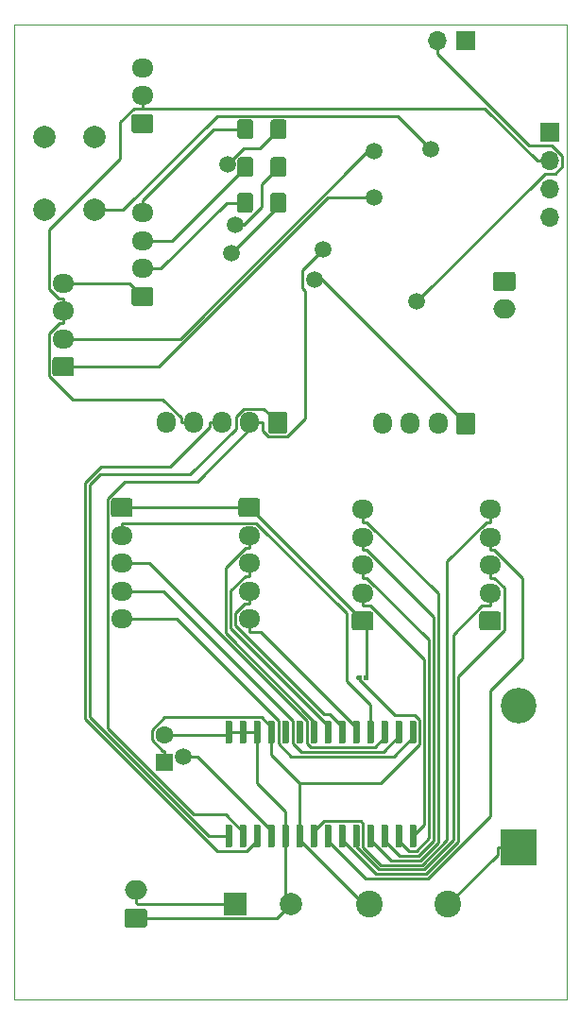
<source format=gbr>
G04 #@! TF.GenerationSoftware,KiCad,Pcbnew,(5.1.5)-3*
G04 #@! TF.CreationDate,2020-08-07T20:28:23-04:00*
G04 #@! TF.ProjectId,Ebike Board,4562696b-6520-4426-9f61-72642e6b6963,rev?*
G04 #@! TF.SameCoordinates,Original*
G04 #@! TF.FileFunction,Copper,L2,Bot*
G04 #@! TF.FilePolarity,Positive*
%FSLAX46Y46*%
G04 Gerber Fmt 4.6, Leading zero omitted, Abs format (unit mm)*
G04 Created by KiCad (PCBNEW (5.1.5)-3) date 2020-08-07 20:28:23*
%MOMM*%
%LPD*%
G04 APERTURE LIST*
%ADD10C,0.050000*%
%ADD11O,1.950000X1.700000*%
%ADD12C,0.100000*%
%ADD13C,2.400000*%
%ADD14O,1.700000X1.950000*%
%ADD15C,2.000000*%
%ADD16O,2.000000X1.700000*%
%ADD17O,1.700000X1.700000*%
%ADD18R,1.700000X1.700000*%
%ADD19O,3.200000X3.200000*%
%ADD20R,3.200000X3.200000*%
%ADD21R,2.000000X2.000000*%
%ADD22C,1.600000*%
%ADD23R,1.600000X1.600000*%
%ADD24C,1.500000*%
%ADD25C,0.250000*%
G04 APERTURE END LIST*
D10*
X111000000Y-157100000D02*
X111000000Y-69700000D01*
X160500000Y-157100000D02*
X111000000Y-157100000D01*
X160500000Y-69700000D02*
X160500000Y-157100000D01*
X111000000Y-69700000D02*
X160500000Y-69700000D01*
D11*
X115400000Y-92900000D03*
X115400000Y-95400000D03*
X115400000Y-97900000D03*
G04 #@! TA.AperFunction,ComponentPad*
D12*
G36*
X116149504Y-99551204D02*
G01*
X116173773Y-99554804D01*
X116197571Y-99560765D01*
X116220671Y-99569030D01*
X116242849Y-99579520D01*
X116263893Y-99592133D01*
X116283598Y-99606747D01*
X116301777Y-99623223D01*
X116318253Y-99641402D01*
X116332867Y-99661107D01*
X116345480Y-99682151D01*
X116355970Y-99704329D01*
X116364235Y-99727429D01*
X116370196Y-99751227D01*
X116373796Y-99775496D01*
X116375000Y-99800000D01*
X116375000Y-101000000D01*
X116373796Y-101024504D01*
X116370196Y-101048773D01*
X116364235Y-101072571D01*
X116355970Y-101095671D01*
X116345480Y-101117849D01*
X116332867Y-101138893D01*
X116318253Y-101158598D01*
X116301777Y-101176777D01*
X116283598Y-101193253D01*
X116263893Y-101207867D01*
X116242849Y-101220480D01*
X116220671Y-101230970D01*
X116197571Y-101239235D01*
X116173773Y-101245196D01*
X116149504Y-101248796D01*
X116125000Y-101250000D01*
X114675000Y-101250000D01*
X114650496Y-101248796D01*
X114626227Y-101245196D01*
X114602429Y-101239235D01*
X114579329Y-101230970D01*
X114557151Y-101220480D01*
X114536107Y-101207867D01*
X114516402Y-101193253D01*
X114498223Y-101176777D01*
X114481747Y-101158598D01*
X114467133Y-101138893D01*
X114454520Y-101117849D01*
X114444030Y-101095671D01*
X114435765Y-101072571D01*
X114429804Y-101048773D01*
X114426204Y-101024504D01*
X114425000Y-101000000D01*
X114425000Y-99800000D01*
X114426204Y-99775496D01*
X114429804Y-99751227D01*
X114435765Y-99727429D01*
X114444030Y-99704329D01*
X114454520Y-99682151D01*
X114467133Y-99661107D01*
X114481747Y-99641402D01*
X114498223Y-99623223D01*
X114516402Y-99606747D01*
X114536107Y-99592133D01*
X114557151Y-99579520D01*
X114579329Y-99569030D01*
X114602429Y-99560765D01*
X114626227Y-99554804D01*
X114650496Y-99551204D01*
X114675000Y-99550000D01*
X116125000Y-99550000D01*
X116149504Y-99551204D01*
G37*
G04 #@! TD.AperFunction*
D13*
X142860000Y-148590000D03*
X149860000Y-148590000D03*
G04 #@! TA.AperFunction,ComponentPad*
D12*
G36*
X132829504Y-112181204D02*
G01*
X132853773Y-112184804D01*
X132877571Y-112190765D01*
X132900671Y-112199030D01*
X132922849Y-112209520D01*
X132943893Y-112222133D01*
X132963598Y-112236747D01*
X132981777Y-112253223D01*
X132998253Y-112271402D01*
X133012867Y-112291107D01*
X133025480Y-112312151D01*
X133035970Y-112334329D01*
X133044235Y-112357429D01*
X133050196Y-112381227D01*
X133053796Y-112405496D01*
X133055000Y-112430000D01*
X133055000Y-113630000D01*
X133053796Y-113654504D01*
X133050196Y-113678773D01*
X133044235Y-113702571D01*
X133035970Y-113725671D01*
X133025480Y-113747849D01*
X133012867Y-113768893D01*
X132998253Y-113788598D01*
X132981777Y-113806777D01*
X132963598Y-113823253D01*
X132943893Y-113837867D01*
X132922849Y-113850480D01*
X132900671Y-113860970D01*
X132877571Y-113869235D01*
X132853773Y-113875196D01*
X132829504Y-113878796D01*
X132805000Y-113880000D01*
X131355000Y-113880000D01*
X131330496Y-113878796D01*
X131306227Y-113875196D01*
X131282429Y-113869235D01*
X131259329Y-113860970D01*
X131237151Y-113850480D01*
X131216107Y-113837867D01*
X131196402Y-113823253D01*
X131178223Y-113806777D01*
X131161747Y-113788598D01*
X131147133Y-113768893D01*
X131134520Y-113747849D01*
X131124030Y-113725671D01*
X131115765Y-113702571D01*
X131109804Y-113678773D01*
X131106204Y-113654504D01*
X131105000Y-113630000D01*
X131105000Y-112430000D01*
X131106204Y-112405496D01*
X131109804Y-112381227D01*
X131115765Y-112357429D01*
X131124030Y-112334329D01*
X131134520Y-112312151D01*
X131147133Y-112291107D01*
X131161747Y-112271402D01*
X131178223Y-112253223D01*
X131196402Y-112236747D01*
X131216107Y-112222133D01*
X131237151Y-112209520D01*
X131259329Y-112199030D01*
X131282429Y-112190765D01*
X131306227Y-112184804D01*
X131330496Y-112181204D01*
X131355000Y-112180000D01*
X132805000Y-112180000D01*
X132829504Y-112181204D01*
G37*
G04 #@! TD.AperFunction*
D11*
X132080000Y-115530000D03*
X132080000Y-118030000D03*
X132080000Y-120530000D03*
X132080000Y-123030000D03*
G04 #@! TA.AperFunction,SMDPad,CuDef*
D12*
G36*
X132211504Y-81626204D02*
G01*
X132235773Y-81629804D01*
X132259571Y-81635765D01*
X132282671Y-81644030D01*
X132304849Y-81654520D01*
X132325893Y-81667133D01*
X132345598Y-81681747D01*
X132363777Y-81698223D01*
X132380253Y-81716402D01*
X132394867Y-81736107D01*
X132407480Y-81757151D01*
X132417970Y-81779329D01*
X132426235Y-81802429D01*
X132432196Y-81826227D01*
X132435796Y-81850496D01*
X132437000Y-81875000D01*
X132437000Y-83125000D01*
X132435796Y-83149504D01*
X132432196Y-83173773D01*
X132426235Y-83197571D01*
X132417970Y-83220671D01*
X132407480Y-83242849D01*
X132394867Y-83263893D01*
X132380253Y-83283598D01*
X132363777Y-83301777D01*
X132345598Y-83318253D01*
X132325893Y-83332867D01*
X132304849Y-83345480D01*
X132282671Y-83355970D01*
X132259571Y-83364235D01*
X132235773Y-83370196D01*
X132211504Y-83373796D01*
X132187000Y-83375000D01*
X131262000Y-83375000D01*
X131237496Y-83373796D01*
X131213227Y-83370196D01*
X131189429Y-83364235D01*
X131166329Y-83355970D01*
X131144151Y-83345480D01*
X131123107Y-83332867D01*
X131103402Y-83318253D01*
X131085223Y-83301777D01*
X131068747Y-83283598D01*
X131054133Y-83263893D01*
X131041520Y-83242849D01*
X131031030Y-83220671D01*
X131022765Y-83197571D01*
X131016804Y-83173773D01*
X131013204Y-83149504D01*
X131012000Y-83125000D01*
X131012000Y-81875000D01*
X131013204Y-81850496D01*
X131016804Y-81826227D01*
X131022765Y-81802429D01*
X131031030Y-81779329D01*
X131041520Y-81757151D01*
X131054133Y-81736107D01*
X131068747Y-81716402D01*
X131085223Y-81698223D01*
X131103402Y-81681747D01*
X131123107Y-81667133D01*
X131144151Y-81654520D01*
X131166329Y-81644030D01*
X131189429Y-81635765D01*
X131213227Y-81629804D01*
X131237496Y-81626204D01*
X131262000Y-81625000D01*
X132187000Y-81625000D01*
X132211504Y-81626204D01*
G37*
G04 #@! TD.AperFunction*
G04 #@! TA.AperFunction,SMDPad,CuDef*
G36*
X135186504Y-81626204D02*
G01*
X135210773Y-81629804D01*
X135234571Y-81635765D01*
X135257671Y-81644030D01*
X135279849Y-81654520D01*
X135300893Y-81667133D01*
X135320598Y-81681747D01*
X135338777Y-81698223D01*
X135355253Y-81716402D01*
X135369867Y-81736107D01*
X135382480Y-81757151D01*
X135392970Y-81779329D01*
X135401235Y-81802429D01*
X135407196Y-81826227D01*
X135410796Y-81850496D01*
X135412000Y-81875000D01*
X135412000Y-83125000D01*
X135410796Y-83149504D01*
X135407196Y-83173773D01*
X135401235Y-83197571D01*
X135392970Y-83220671D01*
X135382480Y-83242849D01*
X135369867Y-83263893D01*
X135355253Y-83283598D01*
X135338777Y-83301777D01*
X135320598Y-83318253D01*
X135300893Y-83332867D01*
X135279849Y-83345480D01*
X135257671Y-83355970D01*
X135234571Y-83364235D01*
X135210773Y-83370196D01*
X135186504Y-83373796D01*
X135162000Y-83375000D01*
X134237000Y-83375000D01*
X134212496Y-83373796D01*
X134188227Y-83370196D01*
X134164429Y-83364235D01*
X134141329Y-83355970D01*
X134119151Y-83345480D01*
X134098107Y-83332867D01*
X134078402Y-83318253D01*
X134060223Y-83301777D01*
X134043747Y-83283598D01*
X134029133Y-83263893D01*
X134016520Y-83242849D01*
X134006030Y-83220671D01*
X133997765Y-83197571D01*
X133991804Y-83173773D01*
X133988204Y-83149504D01*
X133987000Y-83125000D01*
X133987000Y-81875000D01*
X133988204Y-81850496D01*
X133991804Y-81826227D01*
X133997765Y-81802429D01*
X134006030Y-81779329D01*
X134016520Y-81757151D01*
X134029133Y-81736107D01*
X134043747Y-81716402D01*
X134060223Y-81698223D01*
X134078402Y-81681747D01*
X134098107Y-81667133D01*
X134119151Y-81654520D01*
X134141329Y-81644030D01*
X134164429Y-81635765D01*
X134188227Y-81629804D01*
X134212496Y-81626204D01*
X134237000Y-81625000D01*
X135162000Y-81625000D01*
X135186504Y-81626204D01*
G37*
G04 #@! TD.AperFunction*
G04 #@! TA.AperFunction,ComponentPad*
G36*
X154419504Y-122341204D02*
G01*
X154443773Y-122344804D01*
X154467571Y-122350765D01*
X154490671Y-122359030D01*
X154512849Y-122369520D01*
X154533893Y-122382133D01*
X154553598Y-122396747D01*
X154571777Y-122413223D01*
X154588253Y-122431402D01*
X154602867Y-122451107D01*
X154615480Y-122472151D01*
X154625970Y-122494329D01*
X154634235Y-122517429D01*
X154640196Y-122541227D01*
X154643796Y-122565496D01*
X154645000Y-122590000D01*
X154645000Y-123790000D01*
X154643796Y-123814504D01*
X154640196Y-123838773D01*
X154634235Y-123862571D01*
X154625970Y-123885671D01*
X154615480Y-123907849D01*
X154602867Y-123928893D01*
X154588253Y-123948598D01*
X154571777Y-123966777D01*
X154553598Y-123983253D01*
X154533893Y-123997867D01*
X154512849Y-124010480D01*
X154490671Y-124020970D01*
X154467571Y-124029235D01*
X154443773Y-124035196D01*
X154419504Y-124038796D01*
X154395000Y-124040000D01*
X152945000Y-124040000D01*
X152920496Y-124038796D01*
X152896227Y-124035196D01*
X152872429Y-124029235D01*
X152849329Y-124020970D01*
X152827151Y-124010480D01*
X152806107Y-123997867D01*
X152786402Y-123983253D01*
X152768223Y-123966777D01*
X152751747Y-123948598D01*
X152737133Y-123928893D01*
X152724520Y-123907849D01*
X152714030Y-123885671D01*
X152705765Y-123862571D01*
X152699804Y-123838773D01*
X152696204Y-123814504D01*
X152695000Y-123790000D01*
X152695000Y-122590000D01*
X152696204Y-122565496D01*
X152699804Y-122541227D01*
X152705765Y-122517429D01*
X152714030Y-122494329D01*
X152724520Y-122472151D01*
X152737133Y-122451107D01*
X152751747Y-122431402D01*
X152768223Y-122413223D01*
X152786402Y-122396747D01*
X152806107Y-122382133D01*
X152827151Y-122369520D01*
X152849329Y-122359030D01*
X152872429Y-122350765D01*
X152896227Y-122344804D01*
X152920496Y-122341204D01*
X152945000Y-122340000D01*
X154395000Y-122340000D01*
X154419504Y-122341204D01*
G37*
G04 #@! TD.AperFunction*
D11*
X153670000Y-120690000D03*
X153670000Y-118190000D03*
X153670000Y-115690000D03*
X153670000Y-113190000D03*
G04 #@! TA.AperFunction,ComponentPad*
D12*
G36*
X142989504Y-122341204D02*
G01*
X143013773Y-122344804D01*
X143037571Y-122350765D01*
X143060671Y-122359030D01*
X143082849Y-122369520D01*
X143103893Y-122382133D01*
X143123598Y-122396747D01*
X143141777Y-122413223D01*
X143158253Y-122431402D01*
X143172867Y-122451107D01*
X143185480Y-122472151D01*
X143195970Y-122494329D01*
X143204235Y-122517429D01*
X143210196Y-122541227D01*
X143213796Y-122565496D01*
X143215000Y-122590000D01*
X143215000Y-123790000D01*
X143213796Y-123814504D01*
X143210196Y-123838773D01*
X143204235Y-123862571D01*
X143195970Y-123885671D01*
X143185480Y-123907849D01*
X143172867Y-123928893D01*
X143158253Y-123948598D01*
X143141777Y-123966777D01*
X143123598Y-123983253D01*
X143103893Y-123997867D01*
X143082849Y-124010480D01*
X143060671Y-124020970D01*
X143037571Y-124029235D01*
X143013773Y-124035196D01*
X142989504Y-124038796D01*
X142965000Y-124040000D01*
X141515000Y-124040000D01*
X141490496Y-124038796D01*
X141466227Y-124035196D01*
X141442429Y-124029235D01*
X141419329Y-124020970D01*
X141397151Y-124010480D01*
X141376107Y-123997867D01*
X141356402Y-123983253D01*
X141338223Y-123966777D01*
X141321747Y-123948598D01*
X141307133Y-123928893D01*
X141294520Y-123907849D01*
X141284030Y-123885671D01*
X141275765Y-123862571D01*
X141269804Y-123838773D01*
X141266204Y-123814504D01*
X141265000Y-123790000D01*
X141265000Y-122590000D01*
X141266204Y-122565496D01*
X141269804Y-122541227D01*
X141275765Y-122517429D01*
X141284030Y-122494329D01*
X141294520Y-122472151D01*
X141307133Y-122451107D01*
X141321747Y-122431402D01*
X141338223Y-122413223D01*
X141356402Y-122396747D01*
X141376107Y-122382133D01*
X141397151Y-122369520D01*
X141419329Y-122359030D01*
X141442429Y-122350765D01*
X141466227Y-122344804D01*
X141490496Y-122341204D01*
X141515000Y-122340000D01*
X142965000Y-122340000D01*
X142989504Y-122341204D01*
G37*
G04 #@! TD.AperFunction*
D11*
X142240000Y-120690000D03*
X142240000Y-118190000D03*
X142240000Y-115690000D03*
X142240000Y-113190000D03*
G04 #@! TA.AperFunction,ComponentPad*
D12*
G36*
X152114504Y-104526204D02*
G01*
X152138773Y-104529804D01*
X152162571Y-104535765D01*
X152185671Y-104544030D01*
X152207849Y-104554520D01*
X152228893Y-104567133D01*
X152248598Y-104581747D01*
X152266777Y-104598223D01*
X152283253Y-104616402D01*
X152297867Y-104636107D01*
X152310480Y-104657151D01*
X152320970Y-104679329D01*
X152329235Y-104702429D01*
X152335196Y-104726227D01*
X152338796Y-104750496D01*
X152340000Y-104775000D01*
X152340000Y-106225000D01*
X152338796Y-106249504D01*
X152335196Y-106273773D01*
X152329235Y-106297571D01*
X152320970Y-106320671D01*
X152310480Y-106342849D01*
X152297867Y-106363893D01*
X152283253Y-106383598D01*
X152266777Y-106401777D01*
X152248598Y-106418253D01*
X152228893Y-106432867D01*
X152207849Y-106445480D01*
X152185671Y-106455970D01*
X152162571Y-106464235D01*
X152138773Y-106470196D01*
X152114504Y-106473796D01*
X152090000Y-106475000D01*
X150890000Y-106475000D01*
X150865496Y-106473796D01*
X150841227Y-106470196D01*
X150817429Y-106464235D01*
X150794329Y-106455970D01*
X150772151Y-106445480D01*
X150751107Y-106432867D01*
X150731402Y-106418253D01*
X150713223Y-106401777D01*
X150696747Y-106383598D01*
X150682133Y-106363893D01*
X150669520Y-106342849D01*
X150659030Y-106320671D01*
X150650765Y-106297571D01*
X150644804Y-106273773D01*
X150641204Y-106249504D01*
X150640000Y-106225000D01*
X150640000Y-104775000D01*
X150641204Y-104750496D01*
X150644804Y-104726227D01*
X150650765Y-104702429D01*
X150659030Y-104679329D01*
X150669520Y-104657151D01*
X150682133Y-104636107D01*
X150696747Y-104616402D01*
X150713223Y-104598223D01*
X150731402Y-104581747D01*
X150751107Y-104567133D01*
X150772151Y-104554520D01*
X150794329Y-104544030D01*
X150817429Y-104535765D01*
X150841227Y-104529804D01*
X150865496Y-104526204D01*
X150890000Y-104525000D01*
X152090000Y-104525000D01*
X152114504Y-104526204D01*
G37*
G04 #@! TD.AperFunction*
D14*
X148990000Y-105500000D03*
X146490000Y-105500000D03*
X143990000Y-105500000D03*
G04 #@! TA.AperFunction,ComponentPad*
D12*
G36*
X123249504Y-77751204D02*
G01*
X123273773Y-77754804D01*
X123297571Y-77760765D01*
X123320671Y-77769030D01*
X123342849Y-77779520D01*
X123363893Y-77792133D01*
X123383598Y-77806747D01*
X123401777Y-77823223D01*
X123418253Y-77841402D01*
X123432867Y-77861107D01*
X123445480Y-77882151D01*
X123455970Y-77904329D01*
X123464235Y-77927429D01*
X123470196Y-77951227D01*
X123473796Y-77975496D01*
X123475000Y-78000000D01*
X123475000Y-79200000D01*
X123473796Y-79224504D01*
X123470196Y-79248773D01*
X123464235Y-79272571D01*
X123455970Y-79295671D01*
X123445480Y-79317849D01*
X123432867Y-79338893D01*
X123418253Y-79358598D01*
X123401777Y-79376777D01*
X123383598Y-79393253D01*
X123363893Y-79407867D01*
X123342849Y-79420480D01*
X123320671Y-79430970D01*
X123297571Y-79439235D01*
X123273773Y-79445196D01*
X123249504Y-79448796D01*
X123225000Y-79450000D01*
X121775000Y-79450000D01*
X121750496Y-79448796D01*
X121726227Y-79445196D01*
X121702429Y-79439235D01*
X121679329Y-79430970D01*
X121657151Y-79420480D01*
X121636107Y-79407867D01*
X121616402Y-79393253D01*
X121598223Y-79376777D01*
X121581747Y-79358598D01*
X121567133Y-79338893D01*
X121554520Y-79317849D01*
X121544030Y-79295671D01*
X121535765Y-79272571D01*
X121529804Y-79248773D01*
X121526204Y-79224504D01*
X121525000Y-79200000D01*
X121525000Y-78000000D01*
X121526204Y-77975496D01*
X121529804Y-77951227D01*
X121535765Y-77927429D01*
X121544030Y-77904329D01*
X121554520Y-77882151D01*
X121567133Y-77861107D01*
X121581747Y-77841402D01*
X121598223Y-77823223D01*
X121616402Y-77806747D01*
X121636107Y-77792133D01*
X121657151Y-77779520D01*
X121679329Y-77769030D01*
X121702429Y-77760765D01*
X121726227Y-77754804D01*
X121750496Y-77751204D01*
X121775000Y-77750000D01*
X123225000Y-77750000D01*
X123249504Y-77751204D01*
G37*
G04 #@! TD.AperFunction*
D11*
X122500000Y-76100000D03*
X122500000Y-73600000D03*
D15*
X113700000Y-79800000D03*
X118200000Y-79800000D03*
X113700000Y-86300000D03*
X118200000Y-86300000D03*
G04 #@! TA.AperFunction,SMDPad,CuDef*
D12*
G36*
X146919703Y-132125722D02*
G01*
X146934264Y-132127882D01*
X146948543Y-132131459D01*
X146962403Y-132136418D01*
X146975710Y-132142712D01*
X146988336Y-132150280D01*
X147000159Y-132159048D01*
X147011066Y-132168934D01*
X147020952Y-132179841D01*
X147029720Y-132191664D01*
X147037288Y-132204290D01*
X147043582Y-132217597D01*
X147048541Y-132231457D01*
X147052118Y-132245736D01*
X147054278Y-132260297D01*
X147055000Y-132275000D01*
X147055000Y-134025000D01*
X147054278Y-134039703D01*
X147052118Y-134054264D01*
X147048541Y-134068543D01*
X147043582Y-134082403D01*
X147037288Y-134095710D01*
X147029720Y-134108336D01*
X147020952Y-134120159D01*
X147011066Y-134131066D01*
X147000159Y-134140952D01*
X146988336Y-134149720D01*
X146975710Y-134157288D01*
X146962403Y-134163582D01*
X146948543Y-134168541D01*
X146934264Y-134172118D01*
X146919703Y-134174278D01*
X146905000Y-134175000D01*
X146605000Y-134175000D01*
X146590297Y-134174278D01*
X146575736Y-134172118D01*
X146561457Y-134168541D01*
X146547597Y-134163582D01*
X146534290Y-134157288D01*
X146521664Y-134149720D01*
X146509841Y-134140952D01*
X146498934Y-134131066D01*
X146489048Y-134120159D01*
X146480280Y-134108336D01*
X146472712Y-134095710D01*
X146466418Y-134082403D01*
X146461459Y-134068543D01*
X146457882Y-134054264D01*
X146455722Y-134039703D01*
X146455000Y-134025000D01*
X146455000Y-132275000D01*
X146455722Y-132260297D01*
X146457882Y-132245736D01*
X146461459Y-132231457D01*
X146466418Y-132217597D01*
X146472712Y-132204290D01*
X146480280Y-132191664D01*
X146489048Y-132179841D01*
X146498934Y-132168934D01*
X146509841Y-132159048D01*
X146521664Y-132150280D01*
X146534290Y-132142712D01*
X146547597Y-132136418D01*
X146561457Y-132131459D01*
X146575736Y-132127882D01*
X146590297Y-132125722D01*
X146605000Y-132125000D01*
X146905000Y-132125000D01*
X146919703Y-132125722D01*
G37*
G04 #@! TD.AperFunction*
G04 #@! TA.AperFunction,SMDPad,CuDef*
G36*
X145649703Y-132125722D02*
G01*
X145664264Y-132127882D01*
X145678543Y-132131459D01*
X145692403Y-132136418D01*
X145705710Y-132142712D01*
X145718336Y-132150280D01*
X145730159Y-132159048D01*
X145741066Y-132168934D01*
X145750952Y-132179841D01*
X145759720Y-132191664D01*
X145767288Y-132204290D01*
X145773582Y-132217597D01*
X145778541Y-132231457D01*
X145782118Y-132245736D01*
X145784278Y-132260297D01*
X145785000Y-132275000D01*
X145785000Y-134025000D01*
X145784278Y-134039703D01*
X145782118Y-134054264D01*
X145778541Y-134068543D01*
X145773582Y-134082403D01*
X145767288Y-134095710D01*
X145759720Y-134108336D01*
X145750952Y-134120159D01*
X145741066Y-134131066D01*
X145730159Y-134140952D01*
X145718336Y-134149720D01*
X145705710Y-134157288D01*
X145692403Y-134163582D01*
X145678543Y-134168541D01*
X145664264Y-134172118D01*
X145649703Y-134174278D01*
X145635000Y-134175000D01*
X145335000Y-134175000D01*
X145320297Y-134174278D01*
X145305736Y-134172118D01*
X145291457Y-134168541D01*
X145277597Y-134163582D01*
X145264290Y-134157288D01*
X145251664Y-134149720D01*
X145239841Y-134140952D01*
X145228934Y-134131066D01*
X145219048Y-134120159D01*
X145210280Y-134108336D01*
X145202712Y-134095710D01*
X145196418Y-134082403D01*
X145191459Y-134068543D01*
X145187882Y-134054264D01*
X145185722Y-134039703D01*
X145185000Y-134025000D01*
X145185000Y-132275000D01*
X145185722Y-132260297D01*
X145187882Y-132245736D01*
X145191459Y-132231457D01*
X145196418Y-132217597D01*
X145202712Y-132204290D01*
X145210280Y-132191664D01*
X145219048Y-132179841D01*
X145228934Y-132168934D01*
X145239841Y-132159048D01*
X145251664Y-132150280D01*
X145264290Y-132142712D01*
X145277597Y-132136418D01*
X145291457Y-132131459D01*
X145305736Y-132127882D01*
X145320297Y-132125722D01*
X145335000Y-132125000D01*
X145635000Y-132125000D01*
X145649703Y-132125722D01*
G37*
G04 #@! TD.AperFunction*
G04 #@! TA.AperFunction,SMDPad,CuDef*
G36*
X144379703Y-132125722D02*
G01*
X144394264Y-132127882D01*
X144408543Y-132131459D01*
X144422403Y-132136418D01*
X144435710Y-132142712D01*
X144448336Y-132150280D01*
X144460159Y-132159048D01*
X144471066Y-132168934D01*
X144480952Y-132179841D01*
X144489720Y-132191664D01*
X144497288Y-132204290D01*
X144503582Y-132217597D01*
X144508541Y-132231457D01*
X144512118Y-132245736D01*
X144514278Y-132260297D01*
X144515000Y-132275000D01*
X144515000Y-134025000D01*
X144514278Y-134039703D01*
X144512118Y-134054264D01*
X144508541Y-134068543D01*
X144503582Y-134082403D01*
X144497288Y-134095710D01*
X144489720Y-134108336D01*
X144480952Y-134120159D01*
X144471066Y-134131066D01*
X144460159Y-134140952D01*
X144448336Y-134149720D01*
X144435710Y-134157288D01*
X144422403Y-134163582D01*
X144408543Y-134168541D01*
X144394264Y-134172118D01*
X144379703Y-134174278D01*
X144365000Y-134175000D01*
X144065000Y-134175000D01*
X144050297Y-134174278D01*
X144035736Y-134172118D01*
X144021457Y-134168541D01*
X144007597Y-134163582D01*
X143994290Y-134157288D01*
X143981664Y-134149720D01*
X143969841Y-134140952D01*
X143958934Y-134131066D01*
X143949048Y-134120159D01*
X143940280Y-134108336D01*
X143932712Y-134095710D01*
X143926418Y-134082403D01*
X143921459Y-134068543D01*
X143917882Y-134054264D01*
X143915722Y-134039703D01*
X143915000Y-134025000D01*
X143915000Y-132275000D01*
X143915722Y-132260297D01*
X143917882Y-132245736D01*
X143921459Y-132231457D01*
X143926418Y-132217597D01*
X143932712Y-132204290D01*
X143940280Y-132191664D01*
X143949048Y-132179841D01*
X143958934Y-132168934D01*
X143969841Y-132159048D01*
X143981664Y-132150280D01*
X143994290Y-132142712D01*
X144007597Y-132136418D01*
X144021457Y-132131459D01*
X144035736Y-132127882D01*
X144050297Y-132125722D01*
X144065000Y-132125000D01*
X144365000Y-132125000D01*
X144379703Y-132125722D01*
G37*
G04 #@! TD.AperFunction*
G04 #@! TA.AperFunction,SMDPad,CuDef*
G36*
X143109703Y-132125722D02*
G01*
X143124264Y-132127882D01*
X143138543Y-132131459D01*
X143152403Y-132136418D01*
X143165710Y-132142712D01*
X143178336Y-132150280D01*
X143190159Y-132159048D01*
X143201066Y-132168934D01*
X143210952Y-132179841D01*
X143219720Y-132191664D01*
X143227288Y-132204290D01*
X143233582Y-132217597D01*
X143238541Y-132231457D01*
X143242118Y-132245736D01*
X143244278Y-132260297D01*
X143245000Y-132275000D01*
X143245000Y-134025000D01*
X143244278Y-134039703D01*
X143242118Y-134054264D01*
X143238541Y-134068543D01*
X143233582Y-134082403D01*
X143227288Y-134095710D01*
X143219720Y-134108336D01*
X143210952Y-134120159D01*
X143201066Y-134131066D01*
X143190159Y-134140952D01*
X143178336Y-134149720D01*
X143165710Y-134157288D01*
X143152403Y-134163582D01*
X143138543Y-134168541D01*
X143124264Y-134172118D01*
X143109703Y-134174278D01*
X143095000Y-134175000D01*
X142795000Y-134175000D01*
X142780297Y-134174278D01*
X142765736Y-134172118D01*
X142751457Y-134168541D01*
X142737597Y-134163582D01*
X142724290Y-134157288D01*
X142711664Y-134149720D01*
X142699841Y-134140952D01*
X142688934Y-134131066D01*
X142679048Y-134120159D01*
X142670280Y-134108336D01*
X142662712Y-134095710D01*
X142656418Y-134082403D01*
X142651459Y-134068543D01*
X142647882Y-134054264D01*
X142645722Y-134039703D01*
X142645000Y-134025000D01*
X142645000Y-132275000D01*
X142645722Y-132260297D01*
X142647882Y-132245736D01*
X142651459Y-132231457D01*
X142656418Y-132217597D01*
X142662712Y-132204290D01*
X142670280Y-132191664D01*
X142679048Y-132179841D01*
X142688934Y-132168934D01*
X142699841Y-132159048D01*
X142711664Y-132150280D01*
X142724290Y-132142712D01*
X142737597Y-132136418D01*
X142751457Y-132131459D01*
X142765736Y-132127882D01*
X142780297Y-132125722D01*
X142795000Y-132125000D01*
X143095000Y-132125000D01*
X143109703Y-132125722D01*
G37*
G04 #@! TD.AperFunction*
G04 #@! TA.AperFunction,SMDPad,CuDef*
G36*
X141839703Y-132125722D02*
G01*
X141854264Y-132127882D01*
X141868543Y-132131459D01*
X141882403Y-132136418D01*
X141895710Y-132142712D01*
X141908336Y-132150280D01*
X141920159Y-132159048D01*
X141931066Y-132168934D01*
X141940952Y-132179841D01*
X141949720Y-132191664D01*
X141957288Y-132204290D01*
X141963582Y-132217597D01*
X141968541Y-132231457D01*
X141972118Y-132245736D01*
X141974278Y-132260297D01*
X141975000Y-132275000D01*
X141975000Y-134025000D01*
X141974278Y-134039703D01*
X141972118Y-134054264D01*
X141968541Y-134068543D01*
X141963582Y-134082403D01*
X141957288Y-134095710D01*
X141949720Y-134108336D01*
X141940952Y-134120159D01*
X141931066Y-134131066D01*
X141920159Y-134140952D01*
X141908336Y-134149720D01*
X141895710Y-134157288D01*
X141882403Y-134163582D01*
X141868543Y-134168541D01*
X141854264Y-134172118D01*
X141839703Y-134174278D01*
X141825000Y-134175000D01*
X141525000Y-134175000D01*
X141510297Y-134174278D01*
X141495736Y-134172118D01*
X141481457Y-134168541D01*
X141467597Y-134163582D01*
X141454290Y-134157288D01*
X141441664Y-134149720D01*
X141429841Y-134140952D01*
X141418934Y-134131066D01*
X141409048Y-134120159D01*
X141400280Y-134108336D01*
X141392712Y-134095710D01*
X141386418Y-134082403D01*
X141381459Y-134068543D01*
X141377882Y-134054264D01*
X141375722Y-134039703D01*
X141375000Y-134025000D01*
X141375000Y-132275000D01*
X141375722Y-132260297D01*
X141377882Y-132245736D01*
X141381459Y-132231457D01*
X141386418Y-132217597D01*
X141392712Y-132204290D01*
X141400280Y-132191664D01*
X141409048Y-132179841D01*
X141418934Y-132168934D01*
X141429841Y-132159048D01*
X141441664Y-132150280D01*
X141454290Y-132142712D01*
X141467597Y-132136418D01*
X141481457Y-132131459D01*
X141495736Y-132127882D01*
X141510297Y-132125722D01*
X141525000Y-132125000D01*
X141825000Y-132125000D01*
X141839703Y-132125722D01*
G37*
G04 #@! TD.AperFunction*
G04 #@! TA.AperFunction,SMDPad,CuDef*
G36*
X140569703Y-132125722D02*
G01*
X140584264Y-132127882D01*
X140598543Y-132131459D01*
X140612403Y-132136418D01*
X140625710Y-132142712D01*
X140638336Y-132150280D01*
X140650159Y-132159048D01*
X140661066Y-132168934D01*
X140670952Y-132179841D01*
X140679720Y-132191664D01*
X140687288Y-132204290D01*
X140693582Y-132217597D01*
X140698541Y-132231457D01*
X140702118Y-132245736D01*
X140704278Y-132260297D01*
X140705000Y-132275000D01*
X140705000Y-134025000D01*
X140704278Y-134039703D01*
X140702118Y-134054264D01*
X140698541Y-134068543D01*
X140693582Y-134082403D01*
X140687288Y-134095710D01*
X140679720Y-134108336D01*
X140670952Y-134120159D01*
X140661066Y-134131066D01*
X140650159Y-134140952D01*
X140638336Y-134149720D01*
X140625710Y-134157288D01*
X140612403Y-134163582D01*
X140598543Y-134168541D01*
X140584264Y-134172118D01*
X140569703Y-134174278D01*
X140555000Y-134175000D01*
X140255000Y-134175000D01*
X140240297Y-134174278D01*
X140225736Y-134172118D01*
X140211457Y-134168541D01*
X140197597Y-134163582D01*
X140184290Y-134157288D01*
X140171664Y-134149720D01*
X140159841Y-134140952D01*
X140148934Y-134131066D01*
X140139048Y-134120159D01*
X140130280Y-134108336D01*
X140122712Y-134095710D01*
X140116418Y-134082403D01*
X140111459Y-134068543D01*
X140107882Y-134054264D01*
X140105722Y-134039703D01*
X140105000Y-134025000D01*
X140105000Y-132275000D01*
X140105722Y-132260297D01*
X140107882Y-132245736D01*
X140111459Y-132231457D01*
X140116418Y-132217597D01*
X140122712Y-132204290D01*
X140130280Y-132191664D01*
X140139048Y-132179841D01*
X140148934Y-132168934D01*
X140159841Y-132159048D01*
X140171664Y-132150280D01*
X140184290Y-132142712D01*
X140197597Y-132136418D01*
X140211457Y-132131459D01*
X140225736Y-132127882D01*
X140240297Y-132125722D01*
X140255000Y-132125000D01*
X140555000Y-132125000D01*
X140569703Y-132125722D01*
G37*
G04 #@! TD.AperFunction*
G04 #@! TA.AperFunction,SMDPad,CuDef*
G36*
X139299703Y-132125722D02*
G01*
X139314264Y-132127882D01*
X139328543Y-132131459D01*
X139342403Y-132136418D01*
X139355710Y-132142712D01*
X139368336Y-132150280D01*
X139380159Y-132159048D01*
X139391066Y-132168934D01*
X139400952Y-132179841D01*
X139409720Y-132191664D01*
X139417288Y-132204290D01*
X139423582Y-132217597D01*
X139428541Y-132231457D01*
X139432118Y-132245736D01*
X139434278Y-132260297D01*
X139435000Y-132275000D01*
X139435000Y-134025000D01*
X139434278Y-134039703D01*
X139432118Y-134054264D01*
X139428541Y-134068543D01*
X139423582Y-134082403D01*
X139417288Y-134095710D01*
X139409720Y-134108336D01*
X139400952Y-134120159D01*
X139391066Y-134131066D01*
X139380159Y-134140952D01*
X139368336Y-134149720D01*
X139355710Y-134157288D01*
X139342403Y-134163582D01*
X139328543Y-134168541D01*
X139314264Y-134172118D01*
X139299703Y-134174278D01*
X139285000Y-134175000D01*
X138985000Y-134175000D01*
X138970297Y-134174278D01*
X138955736Y-134172118D01*
X138941457Y-134168541D01*
X138927597Y-134163582D01*
X138914290Y-134157288D01*
X138901664Y-134149720D01*
X138889841Y-134140952D01*
X138878934Y-134131066D01*
X138869048Y-134120159D01*
X138860280Y-134108336D01*
X138852712Y-134095710D01*
X138846418Y-134082403D01*
X138841459Y-134068543D01*
X138837882Y-134054264D01*
X138835722Y-134039703D01*
X138835000Y-134025000D01*
X138835000Y-132275000D01*
X138835722Y-132260297D01*
X138837882Y-132245736D01*
X138841459Y-132231457D01*
X138846418Y-132217597D01*
X138852712Y-132204290D01*
X138860280Y-132191664D01*
X138869048Y-132179841D01*
X138878934Y-132168934D01*
X138889841Y-132159048D01*
X138901664Y-132150280D01*
X138914290Y-132142712D01*
X138927597Y-132136418D01*
X138941457Y-132131459D01*
X138955736Y-132127882D01*
X138970297Y-132125722D01*
X138985000Y-132125000D01*
X139285000Y-132125000D01*
X139299703Y-132125722D01*
G37*
G04 #@! TD.AperFunction*
G04 #@! TA.AperFunction,SMDPad,CuDef*
G36*
X138029703Y-132125722D02*
G01*
X138044264Y-132127882D01*
X138058543Y-132131459D01*
X138072403Y-132136418D01*
X138085710Y-132142712D01*
X138098336Y-132150280D01*
X138110159Y-132159048D01*
X138121066Y-132168934D01*
X138130952Y-132179841D01*
X138139720Y-132191664D01*
X138147288Y-132204290D01*
X138153582Y-132217597D01*
X138158541Y-132231457D01*
X138162118Y-132245736D01*
X138164278Y-132260297D01*
X138165000Y-132275000D01*
X138165000Y-134025000D01*
X138164278Y-134039703D01*
X138162118Y-134054264D01*
X138158541Y-134068543D01*
X138153582Y-134082403D01*
X138147288Y-134095710D01*
X138139720Y-134108336D01*
X138130952Y-134120159D01*
X138121066Y-134131066D01*
X138110159Y-134140952D01*
X138098336Y-134149720D01*
X138085710Y-134157288D01*
X138072403Y-134163582D01*
X138058543Y-134168541D01*
X138044264Y-134172118D01*
X138029703Y-134174278D01*
X138015000Y-134175000D01*
X137715000Y-134175000D01*
X137700297Y-134174278D01*
X137685736Y-134172118D01*
X137671457Y-134168541D01*
X137657597Y-134163582D01*
X137644290Y-134157288D01*
X137631664Y-134149720D01*
X137619841Y-134140952D01*
X137608934Y-134131066D01*
X137599048Y-134120159D01*
X137590280Y-134108336D01*
X137582712Y-134095710D01*
X137576418Y-134082403D01*
X137571459Y-134068543D01*
X137567882Y-134054264D01*
X137565722Y-134039703D01*
X137565000Y-134025000D01*
X137565000Y-132275000D01*
X137565722Y-132260297D01*
X137567882Y-132245736D01*
X137571459Y-132231457D01*
X137576418Y-132217597D01*
X137582712Y-132204290D01*
X137590280Y-132191664D01*
X137599048Y-132179841D01*
X137608934Y-132168934D01*
X137619841Y-132159048D01*
X137631664Y-132150280D01*
X137644290Y-132142712D01*
X137657597Y-132136418D01*
X137671457Y-132131459D01*
X137685736Y-132127882D01*
X137700297Y-132125722D01*
X137715000Y-132125000D01*
X138015000Y-132125000D01*
X138029703Y-132125722D01*
G37*
G04 #@! TD.AperFunction*
G04 #@! TA.AperFunction,SMDPad,CuDef*
G36*
X136759703Y-132125722D02*
G01*
X136774264Y-132127882D01*
X136788543Y-132131459D01*
X136802403Y-132136418D01*
X136815710Y-132142712D01*
X136828336Y-132150280D01*
X136840159Y-132159048D01*
X136851066Y-132168934D01*
X136860952Y-132179841D01*
X136869720Y-132191664D01*
X136877288Y-132204290D01*
X136883582Y-132217597D01*
X136888541Y-132231457D01*
X136892118Y-132245736D01*
X136894278Y-132260297D01*
X136895000Y-132275000D01*
X136895000Y-134025000D01*
X136894278Y-134039703D01*
X136892118Y-134054264D01*
X136888541Y-134068543D01*
X136883582Y-134082403D01*
X136877288Y-134095710D01*
X136869720Y-134108336D01*
X136860952Y-134120159D01*
X136851066Y-134131066D01*
X136840159Y-134140952D01*
X136828336Y-134149720D01*
X136815710Y-134157288D01*
X136802403Y-134163582D01*
X136788543Y-134168541D01*
X136774264Y-134172118D01*
X136759703Y-134174278D01*
X136745000Y-134175000D01*
X136445000Y-134175000D01*
X136430297Y-134174278D01*
X136415736Y-134172118D01*
X136401457Y-134168541D01*
X136387597Y-134163582D01*
X136374290Y-134157288D01*
X136361664Y-134149720D01*
X136349841Y-134140952D01*
X136338934Y-134131066D01*
X136329048Y-134120159D01*
X136320280Y-134108336D01*
X136312712Y-134095710D01*
X136306418Y-134082403D01*
X136301459Y-134068543D01*
X136297882Y-134054264D01*
X136295722Y-134039703D01*
X136295000Y-134025000D01*
X136295000Y-132275000D01*
X136295722Y-132260297D01*
X136297882Y-132245736D01*
X136301459Y-132231457D01*
X136306418Y-132217597D01*
X136312712Y-132204290D01*
X136320280Y-132191664D01*
X136329048Y-132179841D01*
X136338934Y-132168934D01*
X136349841Y-132159048D01*
X136361664Y-132150280D01*
X136374290Y-132142712D01*
X136387597Y-132136418D01*
X136401457Y-132131459D01*
X136415736Y-132127882D01*
X136430297Y-132125722D01*
X136445000Y-132125000D01*
X136745000Y-132125000D01*
X136759703Y-132125722D01*
G37*
G04 #@! TD.AperFunction*
G04 #@! TA.AperFunction,SMDPad,CuDef*
G36*
X135489703Y-132125722D02*
G01*
X135504264Y-132127882D01*
X135518543Y-132131459D01*
X135532403Y-132136418D01*
X135545710Y-132142712D01*
X135558336Y-132150280D01*
X135570159Y-132159048D01*
X135581066Y-132168934D01*
X135590952Y-132179841D01*
X135599720Y-132191664D01*
X135607288Y-132204290D01*
X135613582Y-132217597D01*
X135618541Y-132231457D01*
X135622118Y-132245736D01*
X135624278Y-132260297D01*
X135625000Y-132275000D01*
X135625000Y-134025000D01*
X135624278Y-134039703D01*
X135622118Y-134054264D01*
X135618541Y-134068543D01*
X135613582Y-134082403D01*
X135607288Y-134095710D01*
X135599720Y-134108336D01*
X135590952Y-134120159D01*
X135581066Y-134131066D01*
X135570159Y-134140952D01*
X135558336Y-134149720D01*
X135545710Y-134157288D01*
X135532403Y-134163582D01*
X135518543Y-134168541D01*
X135504264Y-134172118D01*
X135489703Y-134174278D01*
X135475000Y-134175000D01*
X135175000Y-134175000D01*
X135160297Y-134174278D01*
X135145736Y-134172118D01*
X135131457Y-134168541D01*
X135117597Y-134163582D01*
X135104290Y-134157288D01*
X135091664Y-134149720D01*
X135079841Y-134140952D01*
X135068934Y-134131066D01*
X135059048Y-134120159D01*
X135050280Y-134108336D01*
X135042712Y-134095710D01*
X135036418Y-134082403D01*
X135031459Y-134068543D01*
X135027882Y-134054264D01*
X135025722Y-134039703D01*
X135025000Y-134025000D01*
X135025000Y-132275000D01*
X135025722Y-132260297D01*
X135027882Y-132245736D01*
X135031459Y-132231457D01*
X135036418Y-132217597D01*
X135042712Y-132204290D01*
X135050280Y-132191664D01*
X135059048Y-132179841D01*
X135068934Y-132168934D01*
X135079841Y-132159048D01*
X135091664Y-132150280D01*
X135104290Y-132142712D01*
X135117597Y-132136418D01*
X135131457Y-132131459D01*
X135145736Y-132127882D01*
X135160297Y-132125722D01*
X135175000Y-132125000D01*
X135475000Y-132125000D01*
X135489703Y-132125722D01*
G37*
G04 #@! TD.AperFunction*
G04 #@! TA.AperFunction,SMDPad,CuDef*
G36*
X134219703Y-132125722D02*
G01*
X134234264Y-132127882D01*
X134248543Y-132131459D01*
X134262403Y-132136418D01*
X134275710Y-132142712D01*
X134288336Y-132150280D01*
X134300159Y-132159048D01*
X134311066Y-132168934D01*
X134320952Y-132179841D01*
X134329720Y-132191664D01*
X134337288Y-132204290D01*
X134343582Y-132217597D01*
X134348541Y-132231457D01*
X134352118Y-132245736D01*
X134354278Y-132260297D01*
X134355000Y-132275000D01*
X134355000Y-134025000D01*
X134354278Y-134039703D01*
X134352118Y-134054264D01*
X134348541Y-134068543D01*
X134343582Y-134082403D01*
X134337288Y-134095710D01*
X134329720Y-134108336D01*
X134320952Y-134120159D01*
X134311066Y-134131066D01*
X134300159Y-134140952D01*
X134288336Y-134149720D01*
X134275710Y-134157288D01*
X134262403Y-134163582D01*
X134248543Y-134168541D01*
X134234264Y-134172118D01*
X134219703Y-134174278D01*
X134205000Y-134175000D01*
X133905000Y-134175000D01*
X133890297Y-134174278D01*
X133875736Y-134172118D01*
X133861457Y-134168541D01*
X133847597Y-134163582D01*
X133834290Y-134157288D01*
X133821664Y-134149720D01*
X133809841Y-134140952D01*
X133798934Y-134131066D01*
X133789048Y-134120159D01*
X133780280Y-134108336D01*
X133772712Y-134095710D01*
X133766418Y-134082403D01*
X133761459Y-134068543D01*
X133757882Y-134054264D01*
X133755722Y-134039703D01*
X133755000Y-134025000D01*
X133755000Y-132275000D01*
X133755722Y-132260297D01*
X133757882Y-132245736D01*
X133761459Y-132231457D01*
X133766418Y-132217597D01*
X133772712Y-132204290D01*
X133780280Y-132191664D01*
X133789048Y-132179841D01*
X133798934Y-132168934D01*
X133809841Y-132159048D01*
X133821664Y-132150280D01*
X133834290Y-132142712D01*
X133847597Y-132136418D01*
X133861457Y-132131459D01*
X133875736Y-132127882D01*
X133890297Y-132125722D01*
X133905000Y-132125000D01*
X134205000Y-132125000D01*
X134219703Y-132125722D01*
G37*
G04 #@! TD.AperFunction*
G04 #@! TA.AperFunction,SMDPad,CuDef*
G36*
X132949703Y-132125722D02*
G01*
X132964264Y-132127882D01*
X132978543Y-132131459D01*
X132992403Y-132136418D01*
X133005710Y-132142712D01*
X133018336Y-132150280D01*
X133030159Y-132159048D01*
X133041066Y-132168934D01*
X133050952Y-132179841D01*
X133059720Y-132191664D01*
X133067288Y-132204290D01*
X133073582Y-132217597D01*
X133078541Y-132231457D01*
X133082118Y-132245736D01*
X133084278Y-132260297D01*
X133085000Y-132275000D01*
X133085000Y-134025000D01*
X133084278Y-134039703D01*
X133082118Y-134054264D01*
X133078541Y-134068543D01*
X133073582Y-134082403D01*
X133067288Y-134095710D01*
X133059720Y-134108336D01*
X133050952Y-134120159D01*
X133041066Y-134131066D01*
X133030159Y-134140952D01*
X133018336Y-134149720D01*
X133005710Y-134157288D01*
X132992403Y-134163582D01*
X132978543Y-134168541D01*
X132964264Y-134172118D01*
X132949703Y-134174278D01*
X132935000Y-134175000D01*
X132635000Y-134175000D01*
X132620297Y-134174278D01*
X132605736Y-134172118D01*
X132591457Y-134168541D01*
X132577597Y-134163582D01*
X132564290Y-134157288D01*
X132551664Y-134149720D01*
X132539841Y-134140952D01*
X132528934Y-134131066D01*
X132519048Y-134120159D01*
X132510280Y-134108336D01*
X132502712Y-134095710D01*
X132496418Y-134082403D01*
X132491459Y-134068543D01*
X132487882Y-134054264D01*
X132485722Y-134039703D01*
X132485000Y-134025000D01*
X132485000Y-132275000D01*
X132485722Y-132260297D01*
X132487882Y-132245736D01*
X132491459Y-132231457D01*
X132496418Y-132217597D01*
X132502712Y-132204290D01*
X132510280Y-132191664D01*
X132519048Y-132179841D01*
X132528934Y-132168934D01*
X132539841Y-132159048D01*
X132551664Y-132150280D01*
X132564290Y-132142712D01*
X132577597Y-132136418D01*
X132591457Y-132131459D01*
X132605736Y-132127882D01*
X132620297Y-132125722D01*
X132635000Y-132125000D01*
X132935000Y-132125000D01*
X132949703Y-132125722D01*
G37*
G04 #@! TD.AperFunction*
G04 #@! TA.AperFunction,SMDPad,CuDef*
G36*
X131679703Y-132125722D02*
G01*
X131694264Y-132127882D01*
X131708543Y-132131459D01*
X131722403Y-132136418D01*
X131735710Y-132142712D01*
X131748336Y-132150280D01*
X131760159Y-132159048D01*
X131771066Y-132168934D01*
X131780952Y-132179841D01*
X131789720Y-132191664D01*
X131797288Y-132204290D01*
X131803582Y-132217597D01*
X131808541Y-132231457D01*
X131812118Y-132245736D01*
X131814278Y-132260297D01*
X131815000Y-132275000D01*
X131815000Y-134025000D01*
X131814278Y-134039703D01*
X131812118Y-134054264D01*
X131808541Y-134068543D01*
X131803582Y-134082403D01*
X131797288Y-134095710D01*
X131789720Y-134108336D01*
X131780952Y-134120159D01*
X131771066Y-134131066D01*
X131760159Y-134140952D01*
X131748336Y-134149720D01*
X131735710Y-134157288D01*
X131722403Y-134163582D01*
X131708543Y-134168541D01*
X131694264Y-134172118D01*
X131679703Y-134174278D01*
X131665000Y-134175000D01*
X131365000Y-134175000D01*
X131350297Y-134174278D01*
X131335736Y-134172118D01*
X131321457Y-134168541D01*
X131307597Y-134163582D01*
X131294290Y-134157288D01*
X131281664Y-134149720D01*
X131269841Y-134140952D01*
X131258934Y-134131066D01*
X131249048Y-134120159D01*
X131240280Y-134108336D01*
X131232712Y-134095710D01*
X131226418Y-134082403D01*
X131221459Y-134068543D01*
X131217882Y-134054264D01*
X131215722Y-134039703D01*
X131215000Y-134025000D01*
X131215000Y-132275000D01*
X131215722Y-132260297D01*
X131217882Y-132245736D01*
X131221459Y-132231457D01*
X131226418Y-132217597D01*
X131232712Y-132204290D01*
X131240280Y-132191664D01*
X131249048Y-132179841D01*
X131258934Y-132168934D01*
X131269841Y-132159048D01*
X131281664Y-132150280D01*
X131294290Y-132142712D01*
X131307597Y-132136418D01*
X131321457Y-132131459D01*
X131335736Y-132127882D01*
X131350297Y-132125722D01*
X131365000Y-132125000D01*
X131665000Y-132125000D01*
X131679703Y-132125722D01*
G37*
G04 #@! TD.AperFunction*
G04 #@! TA.AperFunction,SMDPad,CuDef*
G36*
X130409703Y-132125722D02*
G01*
X130424264Y-132127882D01*
X130438543Y-132131459D01*
X130452403Y-132136418D01*
X130465710Y-132142712D01*
X130478336Y-132150280D01*
X130490159Y-132159048D01*
X130501066Y-132168934D01*
X130510952Y-132179841D01*
X130519720Y-132191664D01*
X130527288Y-132204290D01*
X130533582Y-132217597D01*
X130538541Y-132231457D01*
X130542118Y-132245736D01*
X130544278Y-132260297D01*
X130545000Y-132275000D01*
X130545000Y-134025000D01*
X130544278Y-134039703D01*
X130542118Y-134054264D01*
X130538541Y-134068543D01*
X130533582Y-134082403D01*
X130527288Y-134095710D01*
X130519720Y-134108336D01*
X130510952Y-134120159D01*
X130501066Y-134131066D01*
X130490159Y-134140952D01*
X130478336Y-134149720D01*
X130465710Y-134157288D01*
X130452403Y-134163582D01*
X130438543Y-134168541D01*
X130424264Y-134172118D01*
X130409703Y-134174278D01*
X130395000Y-134175000D01*
X130095000Y-134175000D01*
X130080297Y-134174278D01*
X130065736Y-134172118D01*
X130051457Y-134168541D01*
X130037597Y-134163582D01*
X130024290Y-134157288D01*
X130011664Y-134149720D01*
X129999841Y-134140952D01*
X129988934Y-134131066D01*
X129979048Y-134120159D01*
X129970280Y-134108336D01*
X129962712Y-134095710D01*
X129956418Y-134082403D01*
X129951459Y-134068543D01*
X129947882Y-134054264D01*
X129945722Y-134039703D01*
X129945000Y-134025000D01*
X129945000Y-132275000D01*
X129945722Y-132260297D01*
X129947882Y-132245736D01*
X129951459Y-132231457D01*
X129956418Y-132217597D01*
X129962712Y-132204290D01*
X129970280Y-132191664D01*
X129979048Y-132179841D01*
X129988934Y-132168934D01*
X129999841Y-132159048D01*
X130011664Y-132150280D01*
X130024290Y-132142712D01*
X130037597Y-132136418D01*
X130051457Y-132131459D01*
X130065736Y-132127882D01*
X130080297Y-132125722D01*
X130095000Y-132125000D01*
X130395000Y-132125000D01*
X130409703Y-132125722D01*
G37*
G04 #@! TD.AperFunction*
G04 #@! TA.AperFunction,SMDPad,CuDef*
G36*
X130409703Y-141425722D02*
G01*
X130424264Y-141427882D01*
X130438543Y-141431459D01*
X130452403Y-141436418D01*
X130465710Y-141442712D01*
X130478336Y-141450280D01*
X130490159Y-141459048D01*
X130501066Y-141468934D01*
X130510952Y-141479841D01*
X130519720Y-141491664D01*
X130527288Y-141504290D01*
X130533582Y-141517597D01*
X130538541Y-141531457D01*
X130542118Y-141545736D01*
X130544278Y-141560297D01*
X130545000Y-141575000D01*
X130545000Y-143325000D01*
X130544278Y-143339703D01*
X130542118Y-143354264D01*
X130538541Y-143368543D01*
X130533582Y-143382403D01*
X130527288Y-143395710D01*
X130519720Y-143408336D01*
X130510952Y-143420159D01*
X130501066Y-143431066D01*
X130490159Y-143440952D01*
X130478336Y-143449720D01*
X130465710Y-143457288D01*
X130452403Y-143463582D01*
X130438543Y-143468541D01*
X130424264Y-143472118D01*
X130409703Y-143474278D01*
X130395000Y-143475000D01*
X130095000Y-143475000D01*
X130080297Y-143474278D01*
X130065736Y-143472118D01*
X130051457Y-143468541D01*
X130037597Y-143463582D01*
X130024290Y-143457288D01*
X130011664Y-143449720D01*
X129999841Y-143440952D01*
X129988934Y-143431066D01*
X129979048Y-143420159D01*
X129970280Y-143408336D01*
X129962712Y-143395710D01*
X129956418Y-143382403D01*
X129951459Y-143368543D01*
X129947882Y-143354264D01*
X129945722Y-143339703D01*
X129945000Y-143325000D01*
X129945000Y-141575000D01*
X129945722Y-141560297D01*
X129947882Y-141545736D01*
X129951459Y-141531457D01*
X129956418Y-141517597D01*
X129962712Y-141504290D01*
X129970280Y-141491664D01*
X129979048Y-141479841D01*
X129988934Y-141468934D01*
X129999841Y-141459048D01*
X130011664Y-141450280D01*
X130024290Y-141442712D01*
X130037597Y-141436418D01*
X130051457Y-141431459D01*
X130065736Y-141427882D01*
X130080297Y-141425722D01*
X130095000Y-141425000D01*
X130395000Y-141425000D01*
X130409703Y-141425722D01*
G37*
G04 #@! TD.AperFunction*
G04 #@! TA.AperFunction,SMDPad,CuDef*
G36*
X131679703Y-141425722D02*
G01*
X131694264Y-141427882D01*
X131708543Y-141431459D01*
X131722403Y-141436418D01*
X131735710Y-141442712D01*
X131748336Y-141450280D01*
X131760159Y-141459048D01*
X131771066Y-141468934D01*
X131780952Y-141479841D01*
X131789720Y-141491664D01*
X131797288Y-141504290D01*
X131803582Y-141517597D01*
X131808541Y-141531457D01*
X131812118Y-141545736D01*
X131814278Y-141560297D01*
X131815000Y-141575000D01*
X131815000Y-143325000D01*
X131814278Y-143339703D01*
X131812118Y-143354264D01*
X131808541Y-143368543D01*
X131803582Y-143382403D01*
X131797288Y-143395710D01*
X131789720Y-143408336D01*
X131780952Y-143420159D01*
X131771066Y-143431066D01*
X131760159Y-143440952D01*
X131748336Y-143449720D01*
X131735710Y-143457288D01*
X131722403Y-143463582D01*
X131708543Y-143468541D01*
X131694264Y-143472118D01*
X131679703Y-143474278D01*
X131665000Y-143475000D01*
X131365000Y-143475000D01*
X131350297Y-143474278D01*
X131335736Y-143472118D01*
X131321457Y-143468541D01*
X131307597Y-143463582D01*
X131294290Y-143457288D01*
X131281664Y-143449720D01*
X131269841Y-143440952D01*
X131258934Y-143431066D01*
X131249048Y-143420159D01*
X131240280Y-143408336D01*
X131232712Y-143395710D01*
X131226418Y-143382403D01*
X131221459Y-143368543D01*
X131217882Y-143354264D01*
X131215722Y-143339703D01*
X131215000Y-143325000D01*
X131215000Y-141575000D01*
X131215722Y-141560297D01*
X131217882Y-141545736D01*
X131221459Y-141531457D01*
X131226418Y-141517597D01*
X131232712Y-141504290D01*
X131240280Y-141491664D01*
X131249048Y-141479841D01*
X131258934Y-141468934D01*
X131269841Y-141459048D01*
X131281664Y-141450280D01*
X131294290Y-141442712D01*
X131307597Y-141436418D01*
X131321457Y-141431459D01*
X131335736Y-141427882D01*
X131350297Y-141425722D01*
X131365000Y-141425000D01*
X131665000Y-141425000D01*
X131679703Y-141425722D01*
G37*
G04 #@! TD.AperFunction*
G04 #@! TA.AperFunction,SMDPad,CuDef*
G36*
X132949703Y-141425722D02*
G01*
X132964264Y-141427882D01*
X132978543Y-141431459D01*
X132992403Y-141436418D01*
X133005710Y-141442712D01*
X133018336Y-141450280D01*
X133030159Y-141459048D01*
X133041066Y-141468934D01*
X133050952Y-141479841D01*
X133059720Y-141491664D01*
X133067288Y-141504290D01*
X133073582Y-141517597D01*
X133078541Y-141531457D01*
X133082118Y-141545736D01*
X133084278Y-141560297D01*
X133085000Y-141575000D01*
X133085000Y-143325000D01*
X133084278Y-143339703D01*
X133082118Y-143354264D01*
X133078541Y-143368543D01*
X133073582Y-143382403D01*
X133067288Y-143395710D01*
X133059720Y-143408336D01*
X133050952Y-143420159D01*
X133041066Y-143431066D01*
X133030159Y-143440952D01*
X133018336Y-143449720D01*
X133005710Y-143457288D01*
X132992403Y-143463582D01*
X132978543Y-143468541D01*
X132964264Y-143472118D01*
X132949703Y-143474278D01*
X132935000Y-143475000D01*
X132635000Y-143475000D01*
X132620297Y-143474278D01*
X132605736Y-143472118D01*
X132591457Y-143468541D01*
X132577597Y-143463582D01*
X132564290Y-143457288D01*
X132551664Y-143449720D01*
X132539841Y-143440952D01*
X132528934Y-143431066D01*
X132519048Y-143420159D01*
X132510280Y-143408336D01*
X132502712Y-143395710D01*
X132496418Y-143382403D01*
X132491459Y-143368543D01*
X132487882Y-143354264D01*
X132485722Y-143339703D01*
X132485000Y-143325000D01*
X132485000Y-141575000D01*
X132485722Y-141560297D01*
X132487882Y-141545736D01*
X132491459Y-141531457D01*
X132496418Y-141517597D01*
X132502712Y-141504290D01*
X132510280Y-141491664D01*
X132519048Y-141479841D01*
X132528934Y-141468934D01*
X132539841Y-141459048D01*
X132551664Y-141450280D01*
X132564290Y-141442712D01*
X132577597Y-141436418D01*
X132591457Y-141431459D01*
X132605736Y-141427882D01*
X132620297Y-141425722D01*
X132635000Y-141425000D01*
X132935000Y-141425000D01*
X132949703Y-141425722D01*
G37*
G04 #@! TD.AperFunction*
G04 #@! TA.AperFunction,SMDPad,CuDef*
G36*
X134219703Y-141425722D02*
G01*
X134234264Y-141427882D01*
X134248543Y-141431459D01*
X134262403Y-141436418D01*
X134275710Y-141442712D01*
X134288336Y-141450280D01*
X134300159Y-141459048D01*
X134311066Y-141468934D01*
X134320952Y-141479841D01*
X134329720Y-141491664D01*
X134337288Y-141504290D01*
X134343582Y-141517597D01*
X134348541Y-141531457D01*
X134352118Y-141545736D01*
X134354278Y-141560297D01*
X134355000Y-141575000D01*
X134355000Y-143325000D01*
X134354278Y-143339703D01*
X134352118Y-143354264D01*
X134348541Y-143368543D01*
X134343582Y-143382403D01*
X134337288Y-143395710D01*
X134329720Y-143408336D01*
X134320952Y-143420159D01*
X134311066Y-143431066D01*
X134300159Y-143440952D01*
X134288336Y-143449720D01*
X134275710Y-143457288D01*
X134262403Y-143463582D01*
X134248543Y-143468541D01*
X134234264Y-143472118D01*
X134219703Y-143474278D01*
X134205000Y-143475000D01*
X133905000Y-143475000D01*
X133890297Y-143474278D01*
X133875736Y-143472118D01*
X133861457Y-143468541D01*
X133847597Y-143463582D01*
X133834290Y-143457288D01*
X133821664Y-143449720D01*
X133809841Y-143440952D01*
X133798934Y-143431066D01*
X133789048Y-143420159D01*
X133780280Y-143408336D01*
X133772712Y-143395710D01*
X133766418Y-143382403D01*
X133761459Y-143368543D01*
X133757882Y-143354264D01*
X133755722Y-143339703D01*
X133755000Y-143325000D01*
X133755000Y-141575000D01*
X133755722Y-141560297D01*
X133757882Y-141545736D01*
X133761459Y-141531457D01*
X133766418Y-141517597D01*
X133772712Y-141504290D01*
X133780280Y-141491664D01*
X133789048Y-141479841D01*
X133798934Y-141468934D01*
X133809841Y-141459048D01*
X133821664Y-141450280D01*
X133834290Y-141442712D01*
X133847597Y-141436418D01*
X133861457Y-141431459D01*
X133875736Y-141427882D01*
X133890297Y-141425722D01*
X133905000Y-141425000D01*
X134205000Y-141425000D01*
X134219703Y-141425722D01*
G37*
G04 #@! TD.AperFunction*
G04 #@! TA.AperFunction,SMDPad,CuDef*
G36*
X135489703Y-141425722D02*
G01*
X135504264Y-141427882D01*
X135518543Y-141431459D01*
X135532403Y-141436418D01*
X135545710Y-141442712D01*
X135558336Y-141450280D01*
X135570159Y-141459048D01*
X135581066Y-141468934D01*
X135590952Y-141479841D01*
X135599720Y-141491664D01*
X135607288Y-141504290D01*
X135613582Y-141517597D01*
X135618541Y-141531457D01*
X135622118Y-141545736D01*
X135624278Y-141560297D01*
X135625000Y-141575000D01*
X135625000Y-143325000D01*
X135624278Y-143339703D01*
X135622118Y-143354264D01*
X135618541Y-143368543D01*
X135613582Y-143382403D01*
X135607288Y-143395710D01*
X135599720Y-143408336D01*
X135590952Y-143420159D01*
X135581066Y-143431066D01*
X135570159Y-143440952D01*
X135558336Y-143449720D01*
X135545710Y-143457288D01*
X135532403Y-143463582D01*
X135518543Y-143468541D01*
X135504264Y-143472118D01*
X135489703Y-143474278D01*
X135475000Y-143475000D01*
X135175000Y-143475000D01*
X135160297Y-143474278D01*
X135145736Y-143472118D01*
X135131457Y-143468541D01*
X135117597Y-143463582D01*
X135104290Y-143457288D01*
X135091664Y-143449720D01*
X135079841Y-143440952D01*
X135068934Y-143431066D01*
X135059048Y-143420159D01*
X135050280Y-143408336D01*
X135042712Y-143395710D01*
X135036418Y-143382403D01*
X135031459Y-143368543D01*
X135027882Y-143354264D01*
X135025722Y-143339703D01*
X135025000Y-143325000D01*
X135025000Y-141575000D01*
X135025722Y-141560297D01*
X135027882Y-141545736D01*
X135031459Y-141531457D01*
X135036418Y-141517597D01*
X135042712Y-141504290D01*
X135050280Y-141491664D01*
X135059048Y-141479841D01*
X135068934Y-141468934D01*
X135079841Y-141459048D01*
X135091664Y-141450280D01*
X135104290Y-141442712D01*
X135117597Y-141436418D01*
X135131457Y-141431459D01*
X135145736Y-141427882D01*
X135160297Y-141425722D01*
X135175000Y-141425000D01*
X135475000Y-141425000D01*
X135489703Y-141425722D01*
G37*
G04 #@! TD.AperFunction*
G04 #@! TA.AperFunction,SMDPad,CuDef*
G36*
X136759703Y-141425722D02*
G01*
X136774264Y-141427882D01*
X136788543Y-141431459D01*
X136802403Y-141436418D01*
X136815710Y-141442712D01*
X136828336Y-141450280D01*
X136840159Y-141459048D01*
X136851066Y-141468934D01*
X136860952Y-141479841D01*
X136869720Y-141491664D01*
X136877288Y-141504290D01*
X136883582Y-141517597D01*
X136888541Y-141531457D01*
X136892118Y-141545736D01*
X136894278Y-141560297D01*
X136895000Y-141575000D01*
X136895000Y-143325000D01*
X136894278Y-143339703D01*
X136892118Y-143354264D01*
X136888541Y-143368543D01*
X136883582Y-143382403D01*
X136877288Y-143395710D01*
X136869720Y-143408336D01*
X136860952Y-143420159D01*
X136851066Y-143431066D01*
X136840159Y-143440952D01*
X136828336Y-143449720D01*
X136815710Y-143457288D01*
X136802403Y-143463582D01*
X136788543Y-143468541D01*
X136774264Y-143472118D01*
X136759703Y-143474278D01*
X136745000Y-143475000D01*
X136445000Y-143475000D01*
X136430297Y-143474278D01*
X136415736Y-143472118D01*
X136401457Y-143468541D01*
X136387597Y-143463582D01*
X136374290Y-143457288D01*
X136361664Y-143449720D01*
X136349841Y-143440952D01*
X136338934Y-143431066D01*
X136329048Y-143420159D01*
X136320280Y-143408336D01*
X136312712Y-143395710D01*
X136306418Y-143382403D01*
X136301459Y-143368543D01*
X136297882Y-143354264D01*
X136295722Y-143339703D01*
X136295000Y-143325000D01*
X136295000Y-141575000D01*
X136295722Y-141560297D01*
X136297882Y-141545736D01*
X136301459Y-141531457D01*
X136306418Y-141517597D01*
X136312712Y-141504290D01*
X136320280Y-141491664D01*
X136329048Y-141479841D01*
X136338934Y-141468934D01*
X136349841Y-141459048D01*
X136361664Y-141450280D01*
X136374290Y-141442712D01*
X136387597Y-141436418D01*
X136401457Y-141431459D01*
X136415736Y-141427882D01*
X136430297Y-141425722D01*
X136445000Y-141425000D01*
X136745000Y-141425000D01*
X136759703Y-141425722D01*
G37*
G04 #@! TD.AperFunction*
G04 #@! TA.AperFunction,SMDPad,CuDef*
G36*
X138029703Y-141425722D02*
G01*
X138044264Y-141427882D01*
X138058543Y-141431459D01*
X138072403Y-141436418D01*
X138085710Y-141442712D01*
X138098336Y-141450280D01*
X138110159Y-141459048D01*
X138121066Y-141468934D01*
X138130952Y-141479841D01*
X138139720Y-141491664D01*
X138147288Y-141504290D01*
X138153582Y-141517597D01*
X138158541Y-141531457D01*
X138162118Y-141545736D01*
X138164278Y-141560297D01*
X138165000Y-141575000D01*
X138165000Y-143325000D01*
X138164278Y-143339703D01*
X138162118Y-143354264D01*
X138158541Y-143368543D01*
X138153582Y-143382403D01*
X138147288Y-143395710D01*
X138139720Y-143408336D01*
X138130952Y-143420159D01*
X138121066Y-143431066D01*
X138110159Y-143440952D01*
X138098336Y-143449720D01*
X138085710Y-143457288D01*
X138072403Y-143463582D01*
X138058543Y-143468541D01*
X138044264Y-143472118D01*
X138029703Y-143474278D01*
X138015000Y-143475000D01*
X137715000Y-143475000D01*
X137700297Y-143474278D01*
X137685736Y-143472118D01*
X137671457Y-143468541D01*
X137657597Y-143463582D01*
X137644290Y-143457288D01*
X137631664Y-143449720D01*
X137619841Y-143440952D01*
X137608934Y-143431066D01*
X137599048Y-143420159D01*
X137590280Y-143408336D01*
X137582712Y-143395710D01*
X137576418Y-143382403D01*
X137571459Y-143368543D01*
X137567882Y-143354264D01*
X137565722Y-143339703D01*
X137565000Y-143325000D01*
X137565000Y-141575000D01*
X137565722Y-141560297D01*
X137567882Y-141545736D01*
X137571459Y-141531457D01*
X137576418Y-141517597D01*
X137582712Y-141504290D01*
X137590280Y-141491664D01*
X137599048Y-141479841D01*
X137608934Y-141468934D01*
X137619841Y-141459048D01*
X137631664Y-141450280D01*
X137644290Y-141442712D01*
X137657597Y-141436418D01*
X137671457Y-141431459D01*
X137685736Y-141427882D01*
X137700297Y-141425722D01*
X137715000Y-141425000D01*
X138015000Y-141425000D01*
X138029703Y-141425722D01*
G37*
G04 #@! TD.AperFunction*
G04 #@! TA.AperFunction,SMDPad,CuDef*
G36*
X139299703Y-141425722D02*
G01*
X139314264Y-141427882D01*
X139328543Y-141431459D01*
X139342403Y-141436418D01*
X139355710Y-141442712D01*
X139368336Y-141450280D01*
X139380159Y-141459048D01*
X139391066Y-141468934D01*
X139400952Y-141479841D01*
X139409720Y-141491664D01*
X139417288Y-141504290D01*
X139423582Y-141517597D01*
X139428541Y-141531457D01*
X139432118Y-141545736D01*
X139434278Y-141560297D01*
X139435000Y-141575000D01*
X139435000Y-143325000D01*
X139434278Y-143339703D01*
X139432118Y-143354264D01*
X139428541Y-143368543D01*
X139423582Y-143382403D01*
X139417288Y-143395710D01*
X139409720Y-143408336D01*
X139400952Y-143420159D01*
X139391066Y-143431066D01*
X139380159Y-143440952D01*
X139368336Y-143449720D01*
X139355710Y-143457288D01*
X139342403Y-143463582D01*
X139328543Y-143468541D01*
X139314264Y-143472118D01*
X139299703Y-143474278D01*
X139285000Y-143475000D01*
X138985000Y-143475000D01*
X138970297Y-143474278D01*
X138955736Y-143472118D01*
X138941457Y-143468541D01*
X138927597Y-143463582D01*
X138914290Y-143457288D01*
X138901664Y-143449720D01*
X138889841Y-143440952D01*
X138878934Y-143431066D01*
X138869048Y-143420159D01*
X138860280Y-143408336D01*
X138852712Y-143395710D01*
X138846418Y-143382403D01*
X138841459Y-143368543D01*
X138837882Y-143354264D01*
X138835722Y-143339703D01*
X138835000Y-143325000D01*
X138835000Y-141575000D01*
X138835722Y-141560297D01*
X138837882Y-141545736D01*
X138841459Y-141531457D01*
X138846418Y-141517597D01*
X138852712Y-141504290D01*
X138860280Y-141491664D01*
X138869048Y-141479841D01*
X138878934Y-141468934D01*
X138889841Y-141459048D01*
X138901664Y-141450280D01*
X138914290Y-141442712D01*
X138927597Y-141436418D01*
X138941457Y-141431459D01*
X138955736Y-141427882D01*
X138970297Y-141425722D01*
X138985000Y-141425000D01*
X139285000Y-141425000D01*
X139299703Y-141425722D01*
G37*
G04 #@! TD.AperFunction*
G04 #@! TA.AperFunction,SMDPad,CuDef*
G36*
X140569703Y-141425722D02*
G01*
X140584264Y-141427882D01*
X140598543Y-141431459D01*
X140612403Y-141436418D01*
X140625710Y-141442712D01*
X140638336Y-141450280D01*
X140650159Y-141459048D01*
X140661066Y-141468934D01*
X140670952Y-141479841D01*
X140679720Y-141491664D01*
X140687288Y-141504290D01*
X140693582Y-141517597D01*
X140698541Y-141531457D01*
X140702118Y-141545736D01*
X140704278Y-141560297D01*
X140705000Y-141575000D01*
X140705000Y-143325000D01*
X140704278Y-143339703D01*
X140702118Y-143354264D01*
X140698541Y-143368543D01*
X140693582Y-143382403D01*
X140687288Y-143395710D01*
X140679720Y-143408336D01*
X140670952Y-143420159D01*
X140661066Y-143431066D01*
X140650159Y-143440952D01*
X140638336Y-143449720D01*
X140625710Y-143457288D01*
X140612403Y-143463582D01*
X140598543Y-143468541D01*
X140584264Y-143472118D01*
X140569703Y-143474278D01*
X140555000Y-143475000D01*
X140255000Y-143475000D01*
X140240297Y-143474278D01*
X140225736Y-143472118D01*
X140211457Y-143468541D01*
X140197597Y-143463582D01*
X140184290Y-143457288D01*
X140171664Y-143449720D01*
X140159841Y-143440952D01*
X140148934Y-143431066D01*
X140139048Y-143420159D01*
X140130280Y-143408336D01*
X140122712Y-143395710D01*
X140116418Y-143382403D01*
X140111459Y-143368543D01*
X140107882Y-143354264D01*
X140105722Y-143339703D01*
X140105000Y-143325000D01*
X140105000Y-141575000D01*
X140105722Y-141560297D01*
X140107882Y-141545736D01*
X140111459Y-141531457D01*
X140116418Y-141517597D01*
X140122712Y-141504290D01*
X140130280Y-141491664D01*
X140139048Y-141479841D01*
X140148934Y-141468934D01*
X140159841Y-141459048D01*
X140171664Y-141450280D01*
X140184290Y-141442712D01*
X140197597Y-141436418D01*
X140211457Y-141431459D01*
X140225736Y-141427882D01*
X140240297Y-141425722D01*
X140255000Y-141425000D01*
X140555000Y-141425000D01*
X140569703Y-141425722D01*
G37*
G04 #@! TD.AperFunction*
G04 #@! TA.AperFunction,SMDPad,CuDef*
G36*
X141839703Y-141425722D02*
G01*
X141854264Y-141427882D01*
X141868543Y-141431459D01*
X141882403Y-141436418D01*
X141895710Y-141442712D01*
X141908336Y-141450280D01*
X141920159Y-141459048D01*
X141931066Y-141468934D01*
X141940952Y-141479841D01*
X141949720Y-141491664D01*
X141957288Y-141504290D01*
X141963582Y-141517597D01*
X141968541Y-141531457D01*
X141972118Y-141545736D01*
X141974278Y-141560297D01*
X141975000Y-141575000D01*
X141975000Y-143325000D01*
X141974278Y-143339703D01*
X141972118Y-143354264D01*
X141968541Y-143368543D01*
X141963582Y-143382403D01*
X141957288Y-143395710D01*
X141949720Y-143408336D01*
X141940952Y-143420159D01*
X141931066Y-143431066D01*
X141920159Y-143440952D01*
X141908336Y-143449720D01*
X141895710Y-143457288D01*
X141882403Y-143463582D01*
X141868543Y-143468541D01*
X141854264Y-143472118D01*
X141839703Y-143474278D01*
X141825000Y-143475000D01*
X141525000Y-143475000D01*
X141510297Y-143474278D01*
X141495736Y-143472118D01*
X141481457Y-143468541D01*
X141467597Y-143463582D01*
X141454290Y-143457288D01*
X141441664Y-143449720D01*
X141429841Y-143440952D01*
X141418934Y-143431066D01*
X141409048Y-143420159D01*
X141400280Y-143408336D01*
X141392712Y-143395710D01*
X141386418Y-143382403D01*
X141381459Y-143368543D01*
X141377882Y-143354264D01*
X141375722Y-143339703D01*
X141375000Y-143325000D01*
X141375000Y-141575000D01*
X141375722Y-141560297D01*
X141377882Y-141545736D01*
X141381459Y-141531457D01*
X141386418Y-141517597D01*
X141392712Y-141504290D01*
X141400280Y-141491664D01*
X141409048Y-141479841D01*
X141418934Y-141468934D01*
X141429841Y-141459048D01*
X141441664Y-141450280D01*
X141454290Y-141442712D01*
X141467597Y-141436418D01*
X141481457Y-141431459D01*
X141495736Y-141427882D01*
X141510297Y-141425722D01*
X141525000Y-141425000D01*
X141825000Y-141425000D01*
X141839703Y-141425722D01*
G37*
G04 #@! TD.AperFunction*
G04 #@! TA.AperFunction,SMDPad,CuDef*
G36*
X143109703Y-141425722D02*
G01*
X143124264Y-141427882D01*
X143138543Y-141431459D01*
X143152403Y-141436418D01*
X143165710Y-141442712D01*
X143178336Y-141450280D01*
X143190159Y-141459048D01*
X143201066Y-141468934D01*
X143210952Y-141479841D01*
X143219720Y-141491664D01*
X143227288Y-141504290D01*
X143233582Y-141517597D01*
X143238541Y-141531457D01*
X143242118Y-141545736D01*
X143244278Y-141560297D01*
X143245000Y-141575000D01*
X143245000Y-143325000D01*
X143244278Y-143339703D01*
X143242118Y-143354264D01*
X143238541Y-143368543D01*
X143233582Y-143382403D01*
X143227288Y-143395710D01*
X143219720Y-143408336D01*
X143210952Y-143420159D01*
X143201066Y-143431066D01*
X143190159Y-143440952D01*
X143178336Y-143449720D01*
X143165710Y-143457288D01*
X143152403Y-143463582D01*
X143138543Y-143468541D01*
X143124264Y-143472118D01*
X143109703Y-143474278D01*
X143095000Y-143475000D01*
X142795000Y-143475000D01*
X142780297Y-143474278D01*
X142765736Y-143472118D01*
X142751457Y-143468541D01*
X142737597Y-143463582D01*
X142724290Y-143457288D01*
X142711664Y-143449720D01*
X142699841Y-143440952D01*
X142688934Y-143431066D01*
X142679048Y-143420159D01*
X142670280Y-143408336D01*
X142662712Y-143395710D01*
X142656418Y-143382403D01*
X142651459Y-143368543D01*
X142647882Y-143354264D01*
X142645722Y-143339703D01*
X142645000Y-143325000D01*
X142645000Y-141575000D01*
X142645722Y-141560297D01*
X142647882Y-141545736D01*
X142651459Y-141531457D01*
X142656418Y-141517597D01*
X142662712Y-141504290D01*
X142670280Y-141491664D01*
X142679048Y-141479841D01*
X142688934Y-141468934D01*
X142699841Y-141459048D01*
X142711664Y-141450280D01*
X142724290Y-141442712D01*
X142737597Y-141436418D01*
X142751457Y-141431459D01*
X142765736Y-141427882D01*
X142780297Y-141425722D01*
X142795000Y-141425000D01*
X143095000Y-141425000D01*
X143109703Y-141425722D01*
G37*
G04 #@! TD.AperFunction*
G04 #@! TA.AperFunction,SMDPad,CuDef*
G36*
X144379703Y-141425722D02*
G01*
X144394264Y-141427882D01*
X144408543Y-141431459D01*
X144422403Y-141436418D01*
X144435710Y-141442712D01*
X144448336Y-141450280D01*
X144460159Y-141459048D01*
X144471066Y-141468934D01*
X144480952Y-141479841D01*
X144489720Y-141491664D01*
X144497288Y-141504290D01*
X144503582Y-141517597D01*
X144508541Y-141531457D01*
X144512118Y-141545736D01*
X144514278Y-141560297D01*
X144515000Y-141575000D01*
X144515000Y-143325000D01*
X144514278Y-143339703D01*
X144512118Y-143354264D01*
X144508541Y-143368543D01*
X144503582Y-143382403D01*
X144497288Y-143395710D01*
X144489720Y-143408336D01*
X144480952Y-143420159D01*
X144471066Y-143431066D01*
X144460159Y-143440952D01*
X144448336Y-143449720D01*
X144435710Y-143457288D01*
X144422403Y-143463582D01*
X144408543Y-143468541D01*
X144394264Y-143472118D01*
X144379703Y-143474278D01*
X144365000Y-143475000D01*
X144065000Y-143475000D01*
X144050297Y-143474278D01*
X144035736Y-143472118D01*
X144021457Y-143468541D01*
X144007597Y-143463582D01*
X143994290Y-143457288D01*
X143981664Y-143449720D01*
X143969841Y-143440952D01*
X143958934Y-143431066D01*
X143949048Y-143420159D01*
X143940280Y-143408336D01*
X143932712Y-143395710D01*
X143926418Y-143382403D01*
X143921459Y-143368543D01*
X143917882Y-143354264D01*
X143915722Y-143339703D01*
X143915000Y-143325000D01*
X143915000Y-141575000D01*
X143915722Y-141560297D01*
X143917882Y-141545736D01*
X143921459Y-141531457D01*
X143926418Y-141517597D01*
X143932712Y-141504290D01*
X143940280Y-141491664D01*
X143949048Y-141479841D01*
X143958934Y-141468934D01*
X143969841Y-141459048D01*
X143981664Y-141450280D01*
X143994290Y-141442712D01*
X144007597Y-141436418D01*
X144021457Y-141431459D01*
X144035736Y-141427882D01*
X144050297Y-141425722D01*
X144065000Y-141425000D01*
X144365000Y-141425000D01*
X144379703Y-141425722D01*
G37*
G04 #@! TD.AperFunction*
G04 #@! TA.AperFunction,SMDPad,CuDef*
G36*
X145649703Y-141425722D02*
G01*
X145664264Y-141427882D01*
X145678543Y-141431459D01*
X145692403Y-141436418D01*
X145705710Y-141442712D01*
X145718336Y-141450280D01*
X145730159Y-141459048D01*
X145741066Y-141468934D01*
X145750952Y-141479841D01*
X145759720Y-141491664D01*
X145767288Y-141504290D01*
X145773582Y-141517597D01*
X145778541Y-141531457D01*
X145782118Y-141545736D01*
X145784278Y-141560297D01*
X145785000Y-141575000D01*
X145785000Y-143325000D01*
X145784278Y-143339703D01*
X145782118Y-143354264D01*
X145778541Y-143368543D01*
X145773582Y-143382403D01*
X145767288Y-143395710D01*
X145759720Y-143408336D01*
X145750952Y-143420159D01*
X145741066Y-143431066D01*
X145730159Y-143440952D01*
X145718336Y-143449720D01*
X145705710Y-143457288D01*
X145692403Y-143463582D01*
X145678543Y-143468541D01*
X145664264Y-143472118D01*
X145649703Y-143474278D01*
X145635000Y-143475000D01*
X145335000Y-143475000D01*
X145320297Y-143474278D01*
X145305736Y-143472118D01*
X145291457Y-143468541D01*
X145277597Y-143463582D01*
X145264290Y-143457288D01*
X145251664Y-143449720D01*
X145239841Y-143440952D01*
X145228934Y-143431066D01*
X145219048Y-143420159D01*
X145210280Y-143408336D01*
X145202712Y-143395710D01*
X145196418Y-143382403D01*
X145191459Y-143368543D01*
X145187882Y-143354264D01*
X145185722Y-143339703D01*
X145185000Y-143325000D01*
X145185000Y-141575000D01*
X145185722Y-141560297D01*
X145187882Y-141545736D01*
X145191459Y-141531457D01*
X145196418Y-141517597D01*
X145202712Y-141504290D01*
X145210280Y-141491664D01*
X145219048Y-141479841D01*
X145228934Y-141468934D01*
X145239841Y-141459048D01*
X145251664Y-141450280D01*
X145264290Y-141442712D01*
X145277597Y-141436418D01*
X145291457Y-141431459D01*
X145305736Y-141427882D01*
X145320297Y-141425722D01*
X145335000Y-141425000D01*
X145635000Y-141425000D01*
X145649703Y-141425722D01*
G37*
G04 #@! TD.AperFunction*
G04 #@! TA.AperFunction,SMDPad,CuDef*
G36*
X146919703Y-141425722D02*
G01*
X146934264Y-141427882D01*
X146948543Y-141431459D01*
X146962403Y-141436418D01*
X146975710Y-141442712D01*
X146988336Y-141450280D01*
X147000159Y-141459048D01*
X147011066Y-141468934D01*
X147020952Y-141479841D01*
X147029720Y-141491664D01*
X147037288Y-141504290D01*
X147043582Y-141517597D01*
X147048541Y-141531457D01*
X147052118Y-141545736D01*
X147054278Y-141560297D01*
X147055000Y-141575000D01*
X147055000Y-143325000D01*
X147054278Y-143339703D01*
X147052118Y-143354264D01*
X147048541Y-143368543D01*
X147043582Y-143382403D01*
X147037288Y-143395710D01*
X147029720Y-143408336D01*
X147020952Y-143420159D01*
X147011066Y-143431066D01*
X147000159Y-143440952D01*
X146988336Y-143449720D01*
X146975710Y-143457288D01*
X146962403Y-143463582D01*
X146948543Y-143468541D01*
X146934264Y-143472118D01*
X146919703Y-143474278D01*
X146905000Y-143475000D01*
X146605000Y-143475000D01*
X146590297Y-143474278D01*
X146575736Y-143472118D01*
X146561457Y-143468541D01*
X146547597Y-143463582D01*
X146534290Y-143457288D01*
X146521664Y-143449720D01*
X146509841Y-143440952D01*
X146498934Y-143431066D01*
X146489048Y-143420159D01*
X146480280Y-143408336D01*
X146472712Y-143395710D01*
X146466418Y-143382403D01*
X146461459Y-143368543D01*
X146457882Y-143354264D01*
X146455722Y-143339703D01*
X146455000Y-143325000D01*
X146455000Y-141575000D01*
X146455722Y-141560297D01*
X146457882Y-141545736D01*
X146461459Y-141531457D01*
X146466418Y-141517597D01*
X146472712Y-141504290D01*
X146480280Y-141491664D01*
X146489048Y-141479841D01*
X146498934Y-141468934D01*
X146509841Y-141459048D01*
X146521664Y-141450280D01*
X146534290Y-141442712D01*
X146547597Y-141436418D01*
X146561457Y-141431459D01*
X146575736Y-141427882D01*
X146590297Y-141425722D01*
X146605000Y-141425000D01*
X146905000Y-141425000D01*
X146919703Y-141425722D01*
G37*
G04 #@! TD.AperFunction*
G04 #@! TA.AperFunction,ComponentPad*
G36*
X155714504Y-91901204D02*
G01*
X155738773Y-91904804D01*
X155762571Y-91910765D01*
X155785671Y-91919030D01*
X155807849Y-91929520D01*
X155828893Y-91942133D01*
X155848598Y-91956747D01*
X155866777Y-91973223D01*
X155883253Y-91991402D01*
X155897867Y-92011107D01*
X155910480Y-92032151D01*
X155920970Y-92054329D01*
X155929235Y-92077429D01*
X155935196Y-92101227D01*
X155938796Y-92125496D01*
X155940000Y-92150000D01*
X155940000Y-93350000D01*
X155938796Y-93374504D01*
X155935196Y-93398773D01*
X155929235Y-93422571D01*
X155920970Y-93445671D01*
X155910480Y-93467849D01*
X155897867Y-93488893D01*
X155883253Y-93508598D01*
X155866777Y-93526777D01*
X155848598Y-93543253D01*
X155828893Y-93557867D01*
X155807849Y-93570480D01*
X155785671Y-93580970D01*
X155762571Y-93589235D01*
X155738773Y-93595196D01*
X155714504Y-93598796D01*
X155690000Y-93600000D01*
X154190000Y-93600000D01*
X154165496Y-93598796D01*
X154141227Y-93595196D01*
X154117429Y-93589235D01*
X154094329Y-93580970D01*
X154072151Y-93570480D01*
X154051107Y-93557867D01*
X154031402Y-93543253D01*
X154013223Y-93526777D01*
X153996747Y-93508598D01*
X153982133Y-93488893D01*
X153969520Y-93467849D01*
X153959030Y-93445671D01*
X153950765Y-93422571D01*
X153944804Y-93398773D01*
X153941204Y-93374504D01*
X153940000Y-93350000D01*
X153940000Y-92150000D01*
X153941204Y-92125496D01*
X153944804Y-92101227D01*
X153950765Y-92077429D01*
X153959030Y-92054329D01*
X153969520Y-92032151D01*
X153982133Y-92011107D01*
X153996747Y-91991402D01*
X154013223Y-91973223D01*
X154031402Y-91956747D01*
X154051107Y-91942133D01*
X154072151Y-91929520D01*
X154094329Y-91919030D01*
X154117429Y-91910765D01*
X154141227Y-91904804D01*
X154165496Y-91901204D01*
X154190000Y-91900000D01*
X155690000Y-91900000D01*
X155714504Y-91901204D01*
G37*
G04 #@! TD.AperFunction*
D16*
X154940000Y-95250000D03*
G04 #@! TA.AperFunction,ComponentPad*
D12*
G36*
X123249504Y-93251204D02*
G01*
X123273773Y-93254804D01*
X123297571Y-93260765D01*
X123320671Y-93269030D01*
X123342849Y-93279520D01*
X123363893Y-93292133D01*
X123383598Y-93306747D01*
X123401777Y-93323223D01*
X123418253Y-93341402D01*
X123432867Y-93361107D01*
X123445480Y-93382151D01*
X123455970Y-93404329D01*
X123464235Y-93427429D01*
X123470196Y-93451227D01*
X123473796Y-93475496D01*
X123475000Y-93500000D01*
X123475000Y-94700000D01*
X123473796Y-94724504D01*
X123470196Y-94748773D01*
X123464235Y-94772571D01*
X123455970Y-94795671D01*
X123445480Y-94817849D01*
X123432867Y-94838893D01*
X123418253Y-94858598D01*
X123401777Y-94876777D01*
X123383598Y-94893253D01*
X123363893Y-94907867D01*
X123342849Y-94920480D01*
X123320671Y-94930970D01*
X123297571Y-94939235D01*
X123273773Y-94945196D01*
X123249504Y-94948796D01*
X123225000Y-94950000D01*
X121775000Y-94950000D01*
X121750496Y-94948796D01*
X121726227Y-94945196D01*
X121702429Y-94939235D01*
X121679329Y-94930970D01*
X121657151Y-94920480D01*
X121636107Y-94907867D01*
X121616402Y-94893253D01*
X121598223Y-94876777D01*
X121581747Y-94858598D01*
X121567133Y-94838893D01*
X121554520Y-94817849D01*
X121544030Y-94795671D01*
X121535765Y-94772571D01*
X121529804Y-94748773D01*
X121526204Y-94724504D01*
X121525000Y-94700000D01*
X121525000Y-93500000D01*
X121526204Y-93475496D01*
X121529804Y-93451227D01*
X121535765Y-93427429D01*
X121544030Y-93404329D01*
X121554520Y-93382151D01*
X121567133Y-93361107D01*
X121581747Y-93341402D01*
X121598223Y-93323223D01*
X121616402Y-93306747D01*
X121636107Y-93292133D01*
X121657151Y-93279520D01*
X121679329Y-93269030D01*
X121702429Y-93260765D01*
X121726227Y-93254804D01*
X121750496Y-93251204D01*
X121775000Y-93250000D01*
X123225000Y-93250000D01*
X123249504Y-93251204D01*
G37*
G04 #@! TD.AperFunction*
D11*
X122500000Y-91600000D03*
X122500000Y-89100000D03*
X122500000Y-86600000D03*
G04 #@! TA.AperFunction,ComponentPad*
D12*
G36*
X135244504Y-104436204D02*
G01*
X135268773Y-104439804D01*
X135292571Y-104445765D01*
X135315671Y-104454030D01*
X135337849Y-104464520D01*
X135358893Y-104477133D01*
X135378598Y-104491747D01*
X135396777Y-104508223D01*
X135413253Y-104526402D01*
X135427867Y-104546107D01*
X135440480Y-104567151D01*
X135450970Y-104589329D01*
X135459235Y-104612429D01*
X135465196Y-104636227D01*
X135468796Y-104660496D01*
X135470000Y-104685000D01*
X135470000Y-106135000D01*
X135468796Y-106159504D01*
X135465196Y-106183773D01*
X135459235Y-106207571D01*
X135450970Y-106230671D01*
X135440480Y-106252849D01*
X135427867Y-106273893D01*
X135413253Y-106293598D01*
X135396777Y-106311777D01*
X135378598Y-106328253D01*
X135358893Y-106342867D01*
X135337849Y-106355480D01*
X135315671Y-106365970D01*
X135292571Y-106374235D01*
X135268773Y-106380196D01*
X135244504Y-106383796D01*
X135220000Y-106385000D01*
X134020000Y-106385000D01*
X133995496Y-106383796D01*
X133971227Y-106380196D01*
X133947429Y-106374235D01*
X133924329Y-106365970D01*
X133902151Y-106355480D01*
X133881107Y-106342867D01*
X133861402Y-106328253D01*
X133843223Y-106311777D01*
X133826747Y-106293598D01*
X133812133Y-106273893D01*
X133799520Y-106252849D01*
X133789030Y-106230671D01*
X133780765Y-106207571D01*
X133774804Y-106183773D01*
X133771204Y-106159504D01*
X133770000Y-106135000D01*
X133770000Y-104685000D01*
X133771204Y-104660496D01*
X133774804Y-104636227D01*
X133780765Y-104612429D01*
X133789030Y-104589329D01*
X133799520Y-104567151D01*
X133812133Y-104546107D01*
X133826747Y-104526402D01*
X133843223Y-104508223D01*
X133861402Y-104491747D01*
X133881107Y-104477133D01*
X133902151Y-104464520D01*
X133924329Y-104454030D01*
X133947429Y-104445765D01*
X133971227Y-104439804D01*
X133995496Y-104436204D01*
X134020000Y-104435000D01*
X135220000Y-104435000D01*
X135244504Y-104436204D01*
G37*
G04 #@! TD.AperFunction*
D14*
X132120000Y-105410000D03*
X129620000Y-105410000D03*
X127120000Y-105410000D03*
X124620000Y-105410000D03*
G04 #@! TA.AperFunction,ComponentPad*
D12*
G36*
X122694504Y-148971204D02*
G01*
X122718773Y-148974804D01*
X122742571Y-148980765D01*
X122765671Y-148989030D01*
X122787849Y-148999520D01*
X122808893Y-149012133D01*
X122828598Y-149026747D01*
X122846777Y-149043223D01*
X122863253Y-149061402D01*
X122877867Y-149081107D01*
X122890480Y-149102151D01*
X122900970Y-149124329D01*
X122909235Y-149147429D01*
X122915196Y-149171227D01*
X122918796Y-149195496D01*
X122920000Y-149220000D01*
X122920000Y-150420000D01*
X122918796Y-150444504D01*
X122915196Y-150468773D01*
X122909235Y-150492571D01*
X122900970Y-150515671D01*
X122890480Y-150537849D01*
X122877867Y-150558893D01*
X122863253Y-150578598D01*
X122846777Y-150596777D01*
X122828598Y-150613253D01*
X122808893Y-150627867D01*
X122787849Y-150640480D01*
X122765671Y-150650970D01*
X122742571Y-150659235D01*
X122718773Y-150665196D01*
X122694504Y-150668796D01*
X122670000Y-150670000D01*
X121170000Y-150670000D01*
X121145496Y-150668796D01*
X121121227Y-150665196D01*
X121097429Y-150659235D01*
X121074329Y-150650970D01*
X121052151Y-150640480D01*
X121031107Y-150627867D01*
X121011402Y-150613253D01*
X120993223Y-150596777D01*
X120976747Y-150578598D01*
X120962133Y-150558893D01*
X120949520Y-150537849D01*
X120939030Y-150515671D01*
X120930765Y-150492571D01*
X120924804Y-150468773D01*
X120921204Y-150444504D01*
X120920000Y-150420000D01*
X120920000Y-149220000D01*
X120921204Y-149195496D01*
X120924804Y-149171227D01*
X120930765Y-149147429D01*
X120939030Y-149124329D01*
X120949520Y-149102151D01*
X120962133Y-149081107D01*
X120976747Y-149061402D01*
X120993223Y-149043223D01*
X121011402Y-149026747D01*
X121031107Y-149012133D01*
X121052151Y-148999520D01*
X121074329Y-148989030D01*
X121097429Y-148980765D01*
X121121227Y-148974804D01*
X121145496Y-148971204D01*
X121170000Y-148970000D01*
X122670000Y-148970000D01*
X122694504Y-148971204D01*
G37*
G04 #@! TD.AperFunction*
D16*
X121920000Y-147320000D03*
G04 #@! TA.AperFunction,ComponentPad*
D12*
G36*
X121399504Y-112181204D02*
G01*
X121423773Y-112184804D01*
X121447571Y-112190765D01*
X121470671Y-112199030D01*
X121492849Y-112209520D01*
X121513893Y-112222133D01*
X121533598Y-112236747D01*
X121551777Y-112253223D01*
X121568253Y-112271402D01*
X121582867Y-112291107D01*
X121595480Y-112312151D01*
X121605970Y-112334329D01*
X121614235Y-112357429D01*
X121620196Y-112381227D01*
X121623796Y-112405496D01*
X121625000Y-112430000D01*
X121625000Y-113630000D01*
X121623796Y-113654504D01*
X121620196Y-113678773D01*
X121614235Y-113702571D01*
X121605970Y-113725671D01*
X121595480Y-113747849D01*
X121582867Y-113768893D01*
X121568253Y-113788598D01*
X121551777Y-113806777D01*
X121533598Y-113823253D01*
X121513893Y-113837867D01*
X121492849Y-113850480D01*
X121470671Y-113860970D01*
X121447571Y-113869235D01*
X121423773Y-113875196D01*
X121399504Y-113878796D01*
X121375000Y-113880000D01*
X119925000Y-113880000D01*
X119900496Y-113878796D01*
X119876227Y-113875196D01*
X119852429Y-113869235D01*
X119829329Y-113860970D01*
X119807151Y-113850480D01*
X119786107Y-113837867D01*
X119766402Y-113823253D01*
X119748223Y-113806777D01*
X119731747Y-113788598D01*
X119717133Y-113768893D01*
X119704520Y-113747849D01*
X119694030Y-113725671D01*
X119685765Y-113702571D01*
X119679804Y-113678773D01*
X119676204Y-113654504D01*
X119675000Y-113630000D01*
X119675000Y-112430000D01*
X119676204Y-112405496D01*
X119679804Y-112381227D01*
X119685765Y-112357429D01*
X119694030Y-112334329D01*
X119704520Y-112312151D01*
X119717133Y-112291107D01*
X119731747Y-112271402D01*
X119748223Y-112253223D01*
X119766402Y-112236747D01*
X119786107Y-112222133D01*
X119807151Y-112209520D01*
X119829329Y-112199030D01*
X119852429Y-112190765D01*
X119876227Y-112184804D01*
X119900496Y-112181204D01*
X119925000Y-112180000D01*
X121375000Y-112180000D01*
X121399504Y-112181204D01*
G37*
G04 #@! TD.AperFunction*
D11*
X120650000Y-115530000D03*
X120650000Y-118030000D03*
X120650000Y-120530000D03*
X120650000Y-123030000D03*
D17*
X148900000Y-71200000D03*
D18*
X151440000Y-71200000D03*
G04 #@! TA.AperFunction,SMDPad,CuDef*
D12*
G36*
X132187504Y-84826204D02*
G01*
X132211773Y-84829804D01*
X132235571Y-84835765D01*
X132258671Y-84844030D01*
X132280849Y-84854520D01*
X132301893Y-84867133D01*
X132321598Y-84881747D01*
X132339777Y-84898223D01*
X132356253Y-84916402D01*
X132370867Y-84936107D01*
X132383480Y-84957151D01*
X132393970Y-84979329D01*
X132402235Y-85002429D01*
X132408196Y-85026227D01*
X132411796Y-85050496D01*
X132413000Y-85075000D01*
X132413000Y-86325000D01*
X132411796Y-86349504D01*
X132408196Y-86373773D01*
X132402235Y-86397571D01*
X132393970Y-86420671D01*
X132383480Y-86442849D01*
X132370867Y-86463893D01*
X132356253Y-86483598D01*
X132339777Y-86501777D01*
X132321598Y-86518253D01*
X132301893Y-86532867D01*
X132280849Y-86545480D01*
X132258671Y-86555970D01*
X132235571Y-86564235D01*
X132211773Y-86570196D01*
X132187504Y-86573796D01*
X132163000Y-86575000D01*
X131238000Y-86575000D01*
X131213496Y-86573796D01*
X131189227Y-86570196D01*
X131165429Y-86564235D01*
X131142329Y-86555970D01*
X131120151Y-86545480D01*
X131099107Y-86532867D01*
X131079402Y-86518253D01*
X131061223Y-86501777D01*
X131044747Y-86483598D01*
X131030133Y-86463893D01*
X131017520Y-86442849D01*
X131007030Y-86420671D01*
X130998765Y-86397571D01*
X130992804Y-86373773D01*
X130989204Y-86349504D01*
X130988000Y-86325000D01*
X130988000Y-85075000D01*
X130989204Y-85050496D01*
X130992804Y-85026227D01*
X130998765Y-85002429D01*
X131007030Y-84979329D01*
X131017520Y-84957151D01*
X131030133Y-84936107D01*
X131044747Y-84916402D01*
X131061223Y-84898223D01*
X131079402Y-84881747D01*
X131099107Y-84867133D01*
X131120151Y-84854520D01*
X131142329Y-84844030D01*
X131165429Y-84835765D01*
X131189227Y-84829804D01*
X131213496Y-84826204D01*
X131238000Y-84825000D01*
X132163000Y-84825000D01*
X132187504Y-84826204D01*
G37*
G04 #@! TD.AperFunction*
G04 #@! TA.AperFunction,SMDPad,CuDef*
G36*
X135162504Y-84826204D02*
G01*
X135186773Y-84829804D01*
X135210571Y-84835765D01*
X135233671Y-84844030D01*
X135255849Y-84854520D01*
X135276893Y-84867133D01*
X135296598Y-84881747D01*
X135314777Y-84898223D01*
X135331253Y-84916402D01*
X135345867Y-84936107D01*
X135358480Y-84957151D01*
X135368970Y-84979329D01*
X135377235Y-85002429D01*
X135383196Y-85026227D01*
X135386796Y-85050496D01*
X135388000Y-85075000D01*
X135388000Y-86325000D01*
X135386796Y-86349504D01*
X135383196Y-86373773D01*
X135377235Y-86397571D01*
X135368970Y-86420671D01*
X135358480Y-86442849D01*
X135345867Y-86463893D01*
X135331253Y-86483598D01*
X135314777Y-86501777D01*
X135296598Y-86518253D01*
X135276893Y-86532867D01*
X135255849Y-86545480D01*
X135233671Y-86555970D01*
X135210571Y-86564235D01*
X135186773Y-86570196D01*
X135162504Y-86573796D01*
X135138000Y-86575000D01*
X134213000Y-86575000D01*
X134188496Y-86573796D01*
X134164227Y-86570196D01*
X134140429Y-86564235D01*
X134117329Y-86555970D01*
X134095151Y-86545480D01*
X134074107Y-86532867D01*
X134054402Y-86518253D01*
X134036223Y-86501777D01*
X134019747Y-86483598D01*
X134005133Y-86463893D01*
X133992520Y-86442849D01*
X133982030Y-86420671D01*
X133973765Y-86397571D01*
X133967804Y-86373773D01*
X133964204Y-86349504D01*
X133963000Y-86325000D01*
X133963000Y-85075000D01*
X133964204Y-85050496D01*
X133967804Y-85026227D01*
X133973765Y-85002429D01*
X133982030Y-84979329D01*
X133992520Y-84957151D01*
X134005133Y-84936107D01*
X134019747Y-84916402D01*
X134036223Y-84898223D01*
X134054402Y-84881747D01*
X134074107Y-84867133D01*
X134095151Y-84854520D01*
X134117329Y-84844030D01*
X134140429Y-84835765D01*
X134164227Y-84829804D01*
X134188496Y-84826204D01*
X134213000Y-84825000D01*
X135138000Y-84825000D01*
X135162504Y-84826204D01*
G37*
G04 #@! TD.AperFunction*
G04 #@! TA.AperFunction,SMDPad,CuDef*
G36*
X132211504Y-78226204D02*
G01*
X132235773Y-78229804D01*
X132259571Y-78235765D01*
X132282671Y-78244030D01*
X132304849Y-78254520D01*
X132325893Y-78267133D01*
X132345598Y-78281747D01*
X132363777Y-78298223D01*
X132380253Y-78316402D01*
X132394867Y-78336107D01*
X132407480Y-78357151D01*
X132417970Y-78379329D01*
X132426235Y-78402429D01*
X132432196Y-78426227D01*
X132435796Y-78450496D01*
X132437000Y-78475000D01*
X132437000Y-79725000D01*
X132435796Y-79749504D01*
X132432196Y-79773773D01*
X132426235Y-79797571D01*
X132417970Y-79820671D01*
X132407480Y-79842849D01*
X132394867Y-79863893D01*
X132380253Y-79883598D01*
X132363777Y-79901777D01*
X132345598Y-79918253D01*
X132325893Y-79932867D01*
X132304849Y-79945480D01*
X132282671Y-79955970D01*
X132259571Y-79964235D01*
X132235773Y-79970196D01*
X132211504Y-79973796D01*
X132187000Y-79975000D01*
X131262000Y-79975000D01*
X131237496Y-79973796D01*
X131213227Y-79970196D01*
X131189429Y-79964235D01*
X131166329Y-79955970D01*
X131144151Y-79945480D01*
X131123107Y-79932867D01*
X131103402Y-79918253D01*
X131085223Y-79901777D01*
X131068747Y-79883598D01*
X131054133Y-79863893D01*
X131041520Y-79842849D01*
X131031030Y-79820671D01*
X131022765Y-79797571D01*
X131016804Y-79773773D01*
X131013204Y-79749504D01*
X131012000Y-79725000D01*
X131012000Y-78475000D01*
X131013204Y-78450496D01*
X131016804Y-78426227D01*
X131022765Y-78402429D01*
X131031030Y-78379329D01*
X131041520Y-78357151D01*
X131054133Y-78336107D01*
X131068747Y-78316402D01*
X131085223Y-78298223D01*
X131103402Y-78281747D01*
X131123107Y-78267133D01*
X131144151Y-78254520D01*
X131166329Y-78244030D01*
X131189429Y-78235765D01*
X131213227Y-78229804D01*
X131237496Y-78226204D01*
X131262000Y-78225000D01*
X132187000Y-78225000D01*
X132211504Y-78226204D01*
G37*
G04 #@! TD.AperFunction*
G04 #@! TA.AperFunction,SMDPad,CuDef*
G36*
X135186504Y-78226204D02*
G01*
X135210773Y-78229804D01*
X135234571Y-78235765D01*
X135257671Y-78244030D01*
X135279849Y-78254520D01*
X135300893Y-78267133D01*
X135320598Y-78281747D01*
X135338777Y-78298223D01*
X135355253Y-78316402D01*
X135369867Y-78336107D01*
X135382480Y-78357151D01*
X135392970Y-78379329D01*
X135401235Y-78402429D01*
X135407196Y-78426227D01*
X135410796Y-78450496D01*
X135412000Y-78475000D01*
X135412000Y-79725000D01*
X135410796Y-79749504D01*
X135407196Y-79773773D01*
X135401235Y-79797571D01*
X135392970Y-79820671D01*
X135382480Y-79842849D01*
X135369867Y-79863893D01*
X135355253Y-79883598D01*
X135338777Y-79901777D01*
X135320598Y-79918253D01*
X135300893Y-79932867D01*
X135279849Y-79945480D01*
X135257671Y-79955970D01*
X135234571Y-79964235D01*
X135210773Y-79970196D01*
X135186504Y-79973796D01*
X135162000Y-79975000D01*
X134237000Y-79975000D01*
X134212496Y-79973796D01*
X134188227Y-79970196D01*
X134164429Y-79964235D01*
X134141329Y-79955970D01*
X134119151Y-79945480D01*
X134098107Y-79932867D01*
X134078402Y-79918253D01*
X134060223Y-79901777D01*
X134043747Y-79883598D01*
X134029133Y-79863893D01*
X134016520Y-79842849D01*
X134006030Y-79820671D01*
X133997765Y-79797571D01*
X133991804Y-79773773D01*
X133988204Y-79749504D01*
X133987000Y-79725000D01*
X133987000Y-78475000D01*
X133988204Y-78450496D01*
X133991804Y-78426227D01*
X133997765Y-78402429D01*
X134006030Y-78379329D01*
X134016520Y-78357151D01*
X134029133Y-78336107D01*
X134043747Y-78316402D01*
X134060223Y-78298223D01*
X134078402Y-78281747D01*
X134098107Y-78267133D01*
X134119151Y-78254520D01*
X134141329Y-78244030D01*
X134164429Y-78235765D01*
X134188227Y-78229804D01*
X134212496Y-78226204D01*
X134237000Y-78225000D01*
X135162000Y-78225000D01*
X135186504Y-78226204D01*
G37*
G04 #@! TD.AperFunction*
D17*
X159000000Y-87040000D03*
X159000000Y-84500000D03*
X159000000Y-81960000D03*
D18*
X159000000Y-79420000D03*
D19*
X156210000Y-130810000D03*
D20*
X156210000Y-143510000D03*
G04 #@! TA.AperFunction,SMDPad,CuDef*
D12*
G36*
X142699802Y-128070482D02*
G01*
X142709509Y-128071921D01*
X142719028Y-128074306D01*
X142728268Y-128077612D01*
X142737140Y-128081808D01*
X142745557Y-128086853D01*
X142753439Y-128092699D01*
X142760711Y-128099289D01*
X142767301Y-128106561D01*
X142773147Y-128114443D01*
X142778192Y-128122860D01*
X142782388Y-128131732D01*
X142785694Y-128140972D01*
X142788079Y-128150491D01*
X142789518Y-128160198D01*
X142790000Y-128170000D01*
X142790000Y-128370000D01*
X142789518Y-128379802D01*
X142788079Y-128389509D01*
X142785694Y-128399028D01*
X142782388Y-128408268D01*
X142778192Y-128417140D01*
X142773147Y-128425557D01*
X142767301Y-128433439D01*
X142760711Y-128440711D01*
X142753439Y-128447301D01*
X142745557Y-128453147D01*
X142737140Y-128458192D01*
X142728268Y-128462388D01*
X142719028Y-128465694D01*
X142709509Y-128468079D01*
X142699802Y-128469518D01*
X142690000Y-128470000D01*
X142430000Y-128470000D01*
X142420198Y-128469518D01*
X142410491Y-128468079D01*
X142400972Y-128465694D01*
X142391732Y-128462388D01*
X142382860Y-128458192D01*
X142374443Y-128453147D01*
X142366561Y-128447301D01*
X142359289Y-128440711D01*
X142352699Y-128433439D01*
X142346853Y-128425557D01*
X142341808Y-128417140D01*
X142337612Y-128408268D01*
X142334306Y-128399028D01*
X142331921Y-128389509D01*
X142330482Y-128379802D01*
X142330000Y-128370000D01*
X142330000Y-128170000D01*
X142330482Y-128160198D01*
X142331921Y-128150491D01*
X142334306Y-128140972D01*
X142337612Y-128131732D01*
X142341808Y-128122860D01*
X142346853Y-128114443D01*
X142352699Y-128106561D01*
X142359289Y-128099289D01*
X142366561Y-128092699D01*
X142374443Y-128086853D01*
X142382860Y-128081808D01*
X142391732Y-128077612D01*
X142400972Y-128074306D01*
X142410491Y-128071921D01*
X142420198Y-128070482D01*
X142430000Y-128070000D01*
X142690000Y-128070000D01*
X142699802Y-128070482D01*
G37*
G04 #@! TD.AperFunction*
G04 #@! TA.AperFunction,SMDPad,CuDef*
G36*
X142059802Y-128070482D02*
G01*
X142069509Y-128071921D01*
X142079028Y-128074306D01*
X142088268Y-128077612D01*
X142097140Y-128081808D01*
X142105557Y-128086853D01*
X142113439Y-128092699D01*
X142120711Y-128099289D01*
X142127301Y-128106561D01*
X142133147Y-128114443D01*
X142138192Y-128122860D01*
X142142388Y-128131732D01*
X142145694Y-128140972D01*
X142148079Y-128150491D01*
X142149518Y-128160198D01*
X142150000Y-128170000D01*
X142150000Y-128370000D01*
X142149518Y-128379802D01*
X142148079Y-128389509D01*
X142145694Y-128399028D01*
X142142388Y-128408268D01*
X142138192Y-128417140D01*
X142133147Y-128425557D01*
X142127301Y-128433439D01*
X142120711Y-128440711D01*
X142113439Y-128447301D01*
X142105557Y-128453147D01*
X142097140Y-128458192D01*
X142088268Y-128462388D01*
X142079028Y-128465694D01*
X142069509Y-128468079D01*
X142059802Y-128469518D01*
X142050000Y-128470000D01*
X141790000Y-128470000D01*
X141780198Y-128469518D01*
X141770491Y-128468079D01*
X141760972Y-128465694D01*
X141751732Y-128462388D01*
X141742860Y-128458192D01*
X141734443Y-128453147D01*
X141726561Y-128447301D01*
X141719289Y-128440711D01*
X141712699Y-128433439D01*
X141706853Y-128425557D01*
X141701808Y-128417140D01*
X141697612Y-128408268D01*
X141694306Y-128399028D01*
X141691921Y-128389509D01*
X141690482Y-128379802D01*
X141690000Y-128370000D01*
X141690000Y-128170000D01*
X141690482Y-128160198D01*
X141691921Y-128150491D01*
X141694306Y-128140972D01*
X141697612Y-128131732D01*
X141701808Y-128122860D01*
X141706853Y-128114443D01*
X141712699Y-128106561D01*
X141719289Y-128099289D01*
X141726561Y-128092699D01*
X141734443Y-128086853D01*
X141742860Y-128081808D01*
X141751732Y-128077612D01*
X141760972Y-128074306D01*
X141770491Y-128071921D01*
X141780198Y-128070482D01*
X141790000Y-128070000D01*
X142050000Y-128070000D01*
X142059802Y-128070482D01*
G37*
G04 #@! TD.AperFunction*
D15*
X135810000Y-148590000D03*
D21*
X130810000Y-148590000D03*
D22*
X124460000Y-133390000D03*
D23*
X124460000Y-135890000D03*
D24*
X138730100Y-89848100D03*
X137893300Y-92587400D03*
X130505500Y-90187200D03*
X130855000Y-87709400D03*
X130105500Y-82231800D03*
X126178100Y-135312100D03*
X147105900Y-94583200D03*
X148325900Y-80873900D03*
X143267700Y-81109200D03*
X143287200Y-85233100D03*
D25*
X132785000Y-133150000D02*
X132785000Y-137687700D01*
X132785000Y-137687700D02*
X135325000Y-140227700D01*
X135325000Y-140227700D02*
X135325000Y-142450000D01*
X131515000Y-133150000D02*
X132785000Y-133150000D01*
X132080000Y-113030000D02*
X142239900Y-123189900D01*
X142239900Y-123189900D02*
X142240000Y-123189900D01*
X142240000Y-123189900D02*
X142240000Y-123190000D01*
X120650000Y-113030000D02*
X132080000Y-113030000D01*
X115400000Y-92900000D02*
X121300000Y-92900000D01*
X121300000Y-92900000D02*
X122500000Y-94100000D01*
X130245000Y-133150000D02*
X130005000Y-133390000D01*
X130005000Y-133390000D02*
X124460000Y-133390000D01*
X135810000Y-148590000D02*
X135325000Y-148105000D01*
X135325000Y-148105000D02*
X135325000Y-142450000D01*
X130245000Y-133150000D02*
X131515000Y-133150000D01*
X121920000Y-149820000D02*
X121967800Y-149867800D01*
X121967800Y-149867800D02*
X134532200Y-149867800D01*
X134532200Y-149867800D02*
X135810000Y-148590000D01*
X142560000Y-128270000D02*
X142560000Y-123510000D01*
X142560000Y-123510000D02*
X142240000Y-123190000D01*
X121920000Y-147320000D02*
X121920000Y-148447700D01*
X130810000Y-148590000D02*
X122062300Y-148590000D01*
X122062300Y-148590000D02*
X121920000Y-148447700D01*
X124460000Y-135890000D02*
X124460000Y-134812300D01*
X124460000Y-134812300D02*
X124325300Y-134812300D01*
X124325300Y-134812300D02*
X123337400Y-133824400D01*
X123337400Y-133824400D02*
X123337400Y-132942000D01*
X123337400Y-132942000D02*
X124483400Y-131796000D01*
X124483400Y-131796000D02*
X133161800Y-131796000D01*
X133161800Y-131796000D02*
X134055000Y-132689200D01*
X134055000Y-132689200D02*
X134055000Y-133150000D01*
X115400000Y-95400000D02*
X115400000Y-96527700D01*
X115400000Y-95400000D02*
X115400000Y-94272300D01*
X127120000Y-105410000D02*
X125992300Y-105410000D01*
X125992300Y-105410000D02*
X125992300Y-104987100D01*
X125992300Y-104987100D02*
X124322100Y-103316900D01*
X124322100Y-103316900D02*
X116241400Y-103316900D01*
X116241400Y-103316900D02*
X114113600Y-101189100D01*
X114113600Y-101189100D02*
X114113600Y-97443900D01*
X114113600Y-97443900D02*
X115029800Y-96527700D01*
X115029800Y-96527700D02*
X115400000Y-96527700D01*
X136595000Y-137724300D02*
X136595000Y-142450000D01*
X134055000Y-133150000D02*
X134055000Y-135184300D01*
X134055000Y-135184300D02*
X136595000Y-137724300D01*
X141920000Y-128270000D02*
X141920000Y-128418600D01*
X141920000Y-128418600D02*
X145136100Y-131634700D01*
X145136100Y-131634700D02*
X146921400Y-131634700D01*
X146921400Y-131634700D02*
X147348400Y-132061700D01*
X147348400Y-132061700D02*
X147348400Y-134225100D01*
X147348400Y-134225100D02*
X143849200Y-137724300D01*
X143849200Y-137724300D02*
X136595000Y-137724300D01*
X115400000Y-94272300D02*
X114977100Y-94272300D01*
X114977100Y-94272300D02*
X114140900Y-93436100D01*
X114140900Y-93436100D02*
X114140900Y-88144300D01*
X114140900Y-88144300D02*
X120506400Y-81778800D01*
X120506400Y-81778800D02*
X120506400Y-78455600D01*
X120506400Y-78455600D02*
X121734300Y-77227700D01*
X121734300Y-77227700D02*
X122500000Y-77227700D01*
X159000000Y-81960000D02*
X157872300Y-81960000D01*
X157872300Y-81960000D02*
X153140000Y-77227700D01*
X153140000Y-77227700D02*
X122500000Y-77227700D01*
X122500000Y-76100000D02*
X122500000Y-77227700D01*
X136595000Y-142450000D02*
X136595000Y-142818200D01*
X136595000Y-142818200D02*
X142366800Y-148590000D01*
X142366800Y-148590000D02*
X142860000Y-148590000D01*
X156210000Y-143510000D02*
X154332300Y-143510000D01*
X154332300Y-143510000D02*
X154332300Y-144117700D01*
X154332300Y-144117700D02*
X149860000Y-148590000D01*
X128492300Y-105410000D02*
X128492300Y-105832900D01*
X128492300Y-105832900D02*
X124940100Y-109385100D01*
X124940100Y-109385100D02*
X118821200Y-109385100D01*
X118821200Y-109385100D02*
X117367000Y-110839300D01*
X117367000Y-110839300D02*
X117367000Y-131937800D01*
X117367000Y-131937800D02*
X129236600Y-143807400D01*
X129236600Y-143807400D02*
X131839400Y-143807400D01*
X131839400Y-143807400D02*
X132785000Y-142861800D01*
X132785000Y-142861800D02*
X132785000Y-142450000D01*
X129620000Y-105410000D02*
X128492300Y-105410000D01*
X131515000Y-142450000D02*
X131515000Y-142082800D01*
X131515000Y-142082800D02*
X129954300Y-140522100D01*
X129954300Y-140522100D02*
X127098700Y-140522100D01*
X127098700Y-140522100D02*
X119388800Y-132812200D01*
X119388800Y-132812200D02*
X119388800Y-112207000D01*
X119388800Y-112207000D02*
X120915800Y-110680000D01*
X120915800Y-110680000D02*
X127413900Y-110680000D01*
X127413900Y-110680000D02*
X132683900Y-105410000D01*
X132683900Y-105410000D02*
X133247700Y-105410000D01*
X132120000Y-105410000D02*
X132683900Y-105410000D01*
X138730100Y-89848100D02*
X136845900Y-91732300D01*
X136845900Y-91732300D02*
X136845900Y-93363300D01*
X136845900Y-93363300D02*
X137097800Y-93615200D01*
X137097800Y-93615200D02*
X137097800Y-105012500D01*
X137097800Y-105012500D02*
X135446500Y-106663800D01*
X135446500Y-106663800D02*
X133775400Y-106663800D01*
X133775400Y-106663800D02*
X133247700Y-106136100D01*
X133247700Y-106136100D02*
X133247700Y-105410000D01*
X134620000Y-105410000D02*
X133363800Y-104153800D01*
X133363800Y-104153800D02*
X131605400Y-104153800D01*
X131605400Y-104153800D02*
X130861400Y-104897800D01*
X130861400Y-104897800D02*
X130861400Y-105942100D01*
X130861400Y-105942100D02*
X126776000Y-110027500D01*
X126776000Y-110027500D02*
X118748500Y-110027500D01*
X118748500Y-110027500D02*
X117769800Y-111006200D01*
X117769800Y-111006200D02*
X117769800Y-131770900D01*
X117769800Y-131770900D02*
X128448900Y-142450000D01*
X128448900Y-142450000D02*
X130245000Y-142450000D01*
X122500000Y-86600000D02*
X122500000Y-85472300D01*
X122500000Y-85472300D02*
X128872300Y-79100000D01*
X128872300Y-79100000D02*
X131724500Y-79100000D01*
X131724500Y-82500000D02*
X125124500Y-89100000D01*
X125124500Y-89100000D02*
X122500000Y-89100000D01*
X122500000Y-91600000D02*
X124151100Y-91600000D01*
X124151100Y-91600000D02*
X130051100Y-85700000D01*
X130051100Y-85700000D02*
X131700500Y-85700000D01*
X151490000Y-105500000D02*
X138577400Y-92587400D01*
X138577400Y-92587400D02*
X137893300Y-92587400D01*
X142240000Y-113190000D02*
X142240000Y-114317700D01*
X142945000Y-142450000D02*
X142945000Y-142810300D01*
X142945000Y-142810300D02*
X144784000Y-144649300D01*
X144784000Y-144649300D02*
X147411800Y-144649300D01*
X147411800Y-144649300D02*
X149028100Y-143033000D01*
X149028100Y-143033000D02*
X149028100Y-120735600D01*
X149028100Y-120735600D02*
X142610200Y-114317700D01*
X142610200Y-114317700D02*
X142240000Y-114317700D01*
X144215000Y-142450000D02*
X144215000Y-142860500D01*
X144215000Y-142860500D02*
X145578100Y-144223600D01*
X145578100Y-144223600D02*
X147236500Y-144223600D01*
X147236500Y-144223600D02*
X148582400Y-142877700D01*
X148582400Y-142877700D02*
X148582400Y-122790000D01*
X148582400Y-122790000D02*
X142610100Y-116817700D01*
X142610100Y-116817700D02*
X142240000Y-116817700D01*
X142240000Y-115690000D02*
X142240000Y-116817700D01*
X145485000Y-142450000D02*
X145485000Y-142860100D01*
X145485000Y-142860100D02*
X146428300Y-143803400D01*
X146428300Y-143803400D02*
X147031700Y-143803400D01*
X147031700Y-143803400D02*
X148175400Y-142659700D01*
X148175400Y-142659700D02*
X148175400Y-124882900D01*
X148175400Y-124882900D02*
X142610200Y-119317700D01*
X142610200Y-119317700D02*
X142240000Y-119317700D01*
X142240000Y-118190000D02*
X142240000Y-119317700D01*
X146755000Y-142450000D02*
X147751200Y-141453800D01*
X147751200Y-141453800D02*
X147751200Y-126624100D01*
X147751200Y-126624100D02*
X142944800Y-121817700D01*
X142944800Y-121817700D02*
X142240000Y-121817700D01*
X142240000Y-120690000D02*
X142240000Y-121817700D01*
X153670000Y-113190000D02*
X153670000Y-114317700D01*
X137865000Y-142450000D02*
X137865000Y-142042600D01*
X137865000Y-142042600D02*
X138764900Y-141142700D01*
X138764900Y-141142700D02*
X142063300Y-141142700D01*
X142063300Y-141142700D02*
X142286100Y-141365500D01*
X142286100Y-141365500D02*
X142286100Y-143468500D01*
X142286100Y-143468500D02*
X143869700Y-145052100D01*
X143869700Y-145052100D02*
X147578700Y-145052100D01*
X147578700Y-145052100D02*
X149820700Y-142810100D01*
X149820700Y-142810100D02*
X149820700Y-117796800D01*
X149820700Y-117796800D02*
X153299800Y-114317700D01*
X153299800Y-114317700D02*
X153670000Y-114317700D01*
X139135000Y-142450000D02*
X139135000Y-142885400D01*
X139135000Y-142885400D02*
X142509800Y-146260200D01*
X142509800Y-146260200D02*
X148079400Y-146260200D01*
X148079400Y-146260200D02*
X153663300Y-140676300D01*
X153663300Y-140676300D02*
X153663300Y-129429800D01*
X153663300Y-129429800D02*
X156567900Y-126525200D01*
X156567900Y-126525200D02*
X156567900Y-119345400D01*
X156567900Y-119345400D02*
X154040200Y-116817700D01*
X154040200Y-116817700D02*
X153670000Y-116817700D01*
X153670000Y-115690000D02*
X153670000Y-116817700D01*
X140405000Y-142450000D02*
X140405000Y-142827100D01*
X140405000Y-142827100D02*
X143435400Y-145857500D01*
X143435400Y-145857500D02*
X147912500Y-145857500D01*
X147912500Y-145857500D02*
X150768600Y-143001400D01*
X150768600Y-143001400D02*
X150768600Y-128176000D01*
X150768600Y-128176000D02*
X154956400Y-123988200D01*
X154956400Y-123988200D02*
X154956400Y-120233900D01*
X154956400Y-120233900D02*
X154040200Y-119317700D01*
X154040200Y-119317700D02*
X153670000Y-119317700D01*
X153670000Y-118190000D02*
X153670000Y-119317700D01*
X141675000Y-142450000D02*
X141675000Y-143427000D01*
X141675000Y-143427000D02*
X143702800Y-145454800D01*
X143702800Y-145454800D02*
X147745600Y-145454800D01*
X147745600Y-145454800D02*
X150365900Y-142834500D01*
X150365900Y-142834500D02*
X150365900Y-124395700D01*
X150365900Y-124395700D02*
X152943900Y-121817700D01*
X152943900Y-121817700D02*
X153670000Y-121817700D01*
X153670000Y-120690000D02*
X153670000Y-121817700D01*
X132080000Y-123030000D02*
X132080000Y-124157700D01*
X132080000Y-124157700D02*
X133076400Y-124157700D01*
X133076400Y-124157700D02*
X141675000Y-132756300D01*
X141675000Y-132756300D02*
X141675000Y-133150000D01*
X132080000Y-120530000D02*
X132080000Y-121657700D01*
X132080000Y-121657700D02*
X131657100Y-121657700D01*
X131657100Y-121657700D02*
X130826600Y-122488200D01*
X130826600Y-122488200D02*
X130826600Y-123557100D01*
X130826600Y-123557100D02*
X138799400Y-131529900D01*
X138799400Y-131529900D02*
X139256400Y-131529900D01*
X139256400Y-131529900D02*
X140405000Y-132678500D01*
X140405000Y-132678500D02*
X140405000Y-133150000D01*
X132080000Y-118030000D02*
X132080000Y-119157700D01*
X139135000Y-133150000D02*
X139135000Y-132555200D01*
X139135000Y-132555200D02*
X130422700Y-123842900D01*
X130422700Y-123842900D02*
X130422700Y-120444800D01*
X130422700Y-120444800D02*
X131709800Y-119157700D01*
X131709800Y-119157700D02*
X132080000Y-119157700D01*
X132080000Y-115530000D02*
X132080000Y-116657700D01*
X137865000Y-133150000D02*
X137865000Y-132187100D01*
X137865000Y-132187100D02*
X129980000Y-124302100D01*
X129980000Y-124302100D02*
X129980000Y-118387500D01*
X129980000Y-118387500D02*
X131709800Y-116657700D01*
X131709800Y-116657700D02*
X132080000Y-116657700D01*
X146755000Y-133150000D02*
X146755000Y-133592600D01*
X146755000Y-133592600D02*
X145029800Y-135317800D01*
X145029800Y-135317800D02*
X135855000Y-135317800D01*
X135855000Y-135317800D02*
X134690000Y-134152800D01*
X134690000Y-134152800D02*
X134690000Y-132134900D01*
X134690000Y-132134900D02*
X125585100Y-123030000D01*
X125585100Y-123030000D02*
X120650000Y-123030000D01*
X145485000Y-133150000D02*
X145485000Y-133520900D01*
X145485000Y-133520900D02*
X144101500Y-134904400D01*
X144101500Y-134904400D02*
X136710400Y-134904400D01*
X136710400Y-134904400D02*
X135960000Y-134154000D01*
X135960000Y-134154000D02*
X135960000Y-132097000D01*
X135960000Y-132097000D02*
X124393000Y-120530000D01*
X124393000Y-120530000D02*
X120650000Y-120530000D01*
X144215000Y-133150000D02*
X144215000Y-133608500D01*
X144215000Y-133608500D02*
X143346000Y-134477500D01*
X143346000Y-134477500D02*
X137558400Y-134477500D01*
X137558400Y-134477500D02*
X137230000Y-134149100D01*
X137230000Y-134149100D02*
X137230000Y-132155200D01*
X137230000Y-132155200D02*
X123104800Y-118030000D01*
X123104800Y-118030000D02*
X120650000Y-118030000D01*
X120650000Y-115530000D02*
X120650000Y-114402300D01*
X142945000Y-133150000D02*
X142945000Y-130678700D01*
X142945000Y-130678700D02*
X140814300Y-128548000D01*
X140814300Y-128548000D02*
X140814300Y-122500000D01*
X140814300Y-122500000D02*
X132716600Y-114402300D01*
X132716600Y-114402300D02*
X120650000Y-114402300D01*
X134675500Y-85700000D02*
X134675500Y-86017200D01*
X134675500Y-86017200D02*
X130505500Y-90187200D01*
X134699500Y-82500000D02*
X133188000Y-84011500D01*
X133188000Y-84011500D02*
X133188000Y-86059800D01*
X133188000Y-86059800D02*
X131538400Y-87709400D01*
X131538400Y-87709400D02*
X130855000Y-87709400D01*
X134699500Y-79100000D02*
X132999500Y-80800000D01*
X132999500Y-80800000D02*
X131537300Y-80800000D01*
X131537300Y-80800000D02*
X130105500Y-82231800D01*
X134055000Y-142450000D02*
X134055000Y-141989300D01*
X134055000Y-141989300D02*
X127404700Y-135339000D01*
X127404700Y-135339000D02*
X126204900Y-135339000D01*
X126204900Y-135339000D02*
X126204900Y-135338900D01*
X126204900Y-135338900D02*
X126178100Y-135312100D01*
X148900000Y-71200000D02*
X148900000Y-72327700D01*
X148900000Y-72327700D02*
X157120100Y-80547800D01*
X157120100Y-80547800D02*
X159184100Y-80547800D01*
X159184100Y-80547800D02*
X160141100Y-81504800D01*
X160141100Y-81504800D02*
X160141100Y-82475000D01*
X160141100Y-82475000D02*
X159477300Y-83138800D01*
X159477300Y-83138800D02*
X158550300Y-83138800D01*
X158550300Y-83138800D02*
X147105900Y-94583200D01*
X118200000Y-86300000D02*
X120779500Y-86300000D01*
X120779500Y-86300000D02*
X129169900Y-77909600D01*
X129169900Y-77909600D02*
X145361600Y-77909600D01*
X145361600Y-77909600D02*
X148325900Y-80873900D01*
X115400000Y-97900000D02*
X125907300Y-97900000D01*
X125907300Y-97900000D02*
X142698100Y-81109200D01*
X142698100Y-81109200D02*
X143267700Y-81109200D01*
X115400000Y-100400000D02*
X123976900Y-100400000D01*
X123976900Y-100400000D02*
X139143800Y-85233100D01*
X139143800Y-85233100D02*
X143287200Y-85233100D01*
M02*

</source>
